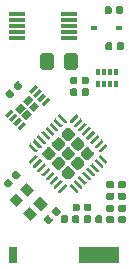
<source format=gbr>
G04 #@! TF.GenerationSoftware,KiCad,Pcbnew,(5.0.0)*
G04 #@! TF.CreationDate,2021-02-11T09:18:10+00:00*
G04 #@! TF.ProjectId,ESPV-BUG,455350562D4255472E6B696361645F70,rev?*
G04 #@! TF.SameCoordinates,Original*
G04 #@! TF.FileFunction,Paste,Top*
G04 #@! TF.FilePolarity,Positive*
%FSLAX46Y46*%
G04 Gerber Fmt 4.6, Leading zero omitted, Abs format (unit mm)*
G04 Created by KiCad (PCBNEW (5.0.0)) date 02/11/21 09:18:10*
%MOMM*%
%LPD*%
G01*
G04 APERTURE LIST*
%ADD10R,0.800000X1.350000*%
%ADD11R,3.500000X1.350000*%
%ADD12C,0.100000*%
%ADD13C,0.590000*%
%ADD14R,0.400000X0.500000*%
%ADD15R,0.300000X0.500000*%
%ADD16C,1.150000*%
%ADD17R,0.600000X0.450000*%
%ADD18R,1.400000X0.300000*%
%ADD19C,0.300000*%
%ADD20C,0.580000*%
%ADD21C,0.930000*%
%ADD22C,0.250000*%
%ADD23C,0.800000*%
G04 APERTURE END LIST*
D10*
G04 #@! TO.C,AE1*
X166650000Y-89850000D03*
D11*
X174000000Y-89850000D03*
G04 #@! TD*
D12*
G04 #@! TO.C,L1*
G36*
X173161958Y-85530710D02*
X173176276Y-85532834D01*
X173190317Y-85536351D01*
X173203946Y-85541228D01*
X173217031Y-85547417D01*
X173229447Y-85554858D01*
X173241073Y-85563481D01*
X173251798Y-85573202D01*
X173261519Y-85583927D01*
X173270142Y-85595553D01*
X173277583Y-85607969D01*
X173283772Y-85621054D01*
X173288649Y-85634683D01*
X173292166Y-85648724D01*
X173294290Y-85663042D01*
X173295000Y-85677500D01*
X173295000Y-86022500D01*
X173294290Y-86036958D01*
X173292166Y-86051276D01*
X173288649Y-86065317D01*
X173283772Y-86078946D01*
X173277583Y-86092031D01*
X173270142Y-86104447D01*
X173261519Y-86116073D01*
X173251798Y-86126798D01*
X173241073Y-86136519D01*
X173229447Y-86145142D01*
X173217031Y-86152583D01*
X173203946Y-86158772D01*
X173190317Y-86163649D01*
X173176276Y-86167166D01*
X173161958Y-86169290D01*
X173147500Y-86170000D01*
X172852500Y-86170000D01*
X172838042Y-86169290D01*
X172823724Y-86167166D01*
X172809683Y-86163649D01*
X172796054Y-86158772D01*
X172782969Y-86152583D01*
X172770553Y-86145142D01*
X172758927Y-86136519D01*
X172748202Y-86126798D01*
X172738481Y-86116073D01*
X172729858Y-86104447D01*
X172722417Y-86092031D01*
X172716228Y-86078946D01*
X172711351Y-86065317D01*
X172707834Y-86051276D01*
X172705710Y-86036958D01*
X172705000Y-86022500D01*
X172705000Y-85677500D01*
X172705710Y-85663042D01*
X172707834Y-85648724D01*
X172711351Y-85634683D01*
X172716228Y-85621054D01*
X172722417Y-85607969D01*
X172729858Y-85595553D01*
X172738481Y-85583927D01*
X172748202Y-85573202D01*
X172758927Y-85563481D01*
X172770553Y-85554858D01*
X172782969Y-85547417D01*
X172796054Y-85541228D01*
X172809683Y-85536351D01*
X172823724Y-85532834D01*
X172838042Y-85530710D01*
X172852500Y-85530000D01*
X173147500Y-85530000D01*
X173161958Y-85530710D01*
X173161958Y-85530710D01*
G37*
D13*
X173000000Y-85850000D03*
D12*
G36*
X172191958Y-85530710D02*
X172206276Y-85532834D01*
X172220317Y-85536351D01*
X172233946Y-85541228D01*
X172247031Y-85547417D01*
X172259447Y-85554858D01*
X172271073Y-85563481D01*
X172281798Y-85573202D01*
X172291519Y-85583927D01*
X172300142Y-85595553D01*
X172307583Y-85607969D01*
X172313772Y-85621054D01*
X172318649Y-85634683D01*
X172322166Y-85648724D01*
X172324290Y-85663042D01*
X172325000Y-85677500D01*
X172325000Y-86022500D01*
X172324290Y-86036958D01*
X172322166Y-86051276D01*
X172318649Y-86065317D01*
X172313772Y-86078946D01*
X172307583Y-86092031D01*
X172300142Y-86104447D01*
X172291519Y-86116073D01*
X172281798Y-86126798D01*
X172271073Y-86136519D01*
X172259447Y-86145142D01*
X172247031Y-86152583D01*
X172233946Y-86158772D01*
X172220317Y-86163649D01*
X172206276Y-86167166D01*
X172191958Y-86169290D01*
X172177500Y-86170000D01*
X171882500Y-86170000D01*
X171868042Y-86169290D01*
X171853724Y-86167166D01*
X171839683Y-86163649D01*
X171826054Y-86158772D01*
X171812969Y-86152583D01*
X171800553Y-86145142D01*
X171788927Y-86136519D01*
X171778202Y-86126798D01*
X171768481Y-86116073D01*
X171759858Y-86104447D01*
X171752417Y-86092031D01*
X171746228Y-86078946D01*
X171741351Y-86065317D01*
X171737834Y-86051276D01*
X171735710Y-86036958D01*
X171735000Y-86022500D01*
X171735000Y-85677500D01*
X171735710Y-85663042D01*
X171737834Y-85648724D01*
X171741351Y-85634683D01*
X171746228Y-85621054D01*
X171752417Y-85607969D01*
X171759858Y-85595553D01*
X171768481Y-85583927D01*
X171778202Y-85573202D01*
X171788927Y-85563481D01*
X171800553Y-85554858D01*
X171812969Y-85547417D01*
X171826054Y-85541228D01*
X171839683Y-85536351D01*
X171853724Y-85532834D01*
X171868042Y-85530710D01*
X171882500Y-85530000D01*
X172177500Y-85530000D01*
X172191958Y-85530710D01*
X172191958Y-85530710D01*
G37*
D13*
X172030000Y-85850000D03*
G04 #@! TD*
D12*
G04 #@! TO.C,C1*
G36*
X166410886Y-75862830D02*
X166425204Y-75864954D01*
X166439245Y-75868471D01*
X166452874Y-75873348D01*
X166465959Y-75879537D01*
X166478375Y-75886978D01*
X166490001Y-75895601D01*
X166500726Y-75905322D01*
X166744678Y-76149274D01*
X166754399Y-76159999D01*
X166763022Y-76171625D01*
X166770463Y-76184041D01*
X166776652Y-76197126D01*
X166781529Y-76210755D01*
X166785046Y-76224796D01*
X166787170Y-76239114D01*
X166787880Y-76253572D01*
X166787170Y-76268030D01*
X166785046Y-76282348D01*
X166781529Y-76296389D01*
X166776652Y-76310018D01*
X166770463Y-76323103D01*
X166763022Y-76335519D01*
X166754399Y-76347145D01*
X166744678Y-76357870D01*
X166536082Y-76566466D01*
X166525357Y-76576187D01*
X166513731Y-76584810D01*
X166501315Y-76592251D01*
X166488230Y-76598440D01*
X166474601Y-76603317D01*
X166460560Y-76606834D01*
X166446242Y-76608958D01*
X166431784Y-76609668D01*
X166417326Y-76608958D01*
X166403008Y-76606834D01*
X166388967Y-76603317D01*
X166375338Y-76598440D01*
X166362253Y-76592251D01*
X166349837Y-76584810D01*
X166338211Y-76576187D01*
X166327486Y-76566466D01*
X166083534Y-76322514D01*
X166073813Y-76311789D01*
X166065190Y-76300163D01*
X166057749Y-76287747D01*
X166051560Y-76274662D01*
X166046683Y-76261033D01*
X166043166Y-76246992D01*
X166041042Y-76232674D01*
X166040332Y-76218216D01*
X166041042Y-76203758D01*
X166043166Y-76189440D01*
X166046683Y-76175399D01*
X166051560Y-76161770D01*
X166057749Y-76148685D01*
X166065190Y-76136269D01*
X166073813Y-76124643D01*
X166083534Y-76113918D01*
X166292130Y-75905322D01*
X166302855Y-75895601D01*
X166314481Y-75886978D01*
X166326897Y-75879537D01*
X166339982Y-75873348D01*
X166353611Y-75868471D01*
X166367652Y-75864954D01*
X166381970Y-75862830D01*
X166396428Y-75862120D01*
X166410886Y-75862830D01*
X166410886Y-75862830D01*
G37*
D13*
X166414106Y-76235894D03*
D12*
G36*
X167096780Y-75176936D02*
X167111098Y-75179060D01*
X167125139Y-75182577D01*
X167138768Y-75187454D01*
X167151853Y-75193643D01*
X167164269Y-75201084D01*
X167175895Y-75209707D01*
X167186620Y-75219428D01*
X167430572Y-75463380D01*
X167440293Y-75474105D01*
X167448916Y-75485731D01*
X167456357Y-75498147D01*
X167462546Y-75511232D01*
X167467423Y-75524861D01*
X167470940Y-75538902D01*
X167473064Y-75553220D01*
X167473774Y-75567678D01*
X167473064Y-75582136D01*
X167470940Y-75596454D01*
X167467423Y-75610495D01*
X167462546Y-75624124D01*
X167456357Y-75637209D01*
X167448916Y-75649625D01*
X167440293Y-75661251D01*
X167430572Y-75671976D01*
X167221976Y-75880572D01*
X167211251Y-75890293D01*
X167199625Y-75898916D01*
X167187209Y-75906357D01*
X167174124Y-75912546D01*
X167160495Y-75917423D01*
X167146454Y-75920940D01*
X167132136Y-75923064D01*
X167117678Y-75923774D01*
X167103220Y-75923064D01*
X167088902Y-75920940D01*
X167074861Y-75917423D01*
X167061232Y-75912546D01*
X167048147Y-75906357D01*
X167035731Y-75898916D01*
X167024105Y-75890293D01*
X167013380Y-75880572D01*
X166769428Y-75636620D01*
X166759707Y-75625895D01*
X166751084Y-75614269D01*
X166743643Y-75601853D01*
X166737454Y-75588768D01*
X166732577Y-75575139D01*
X166729060Y-75561098D01*
X166726936Y-75546780D01*
X166726226Y-75532322D01*
X166726936Y-75517864D01*
X166729060Y-75503546D01*
X166732577Y-75489505D01*
X166737454Y-75475876D01*
X166743643Y-75462791D01*
X166751084Y-75450375D01*
X166759707Y-75438749D01*
X166769428Y-75428024D01*
X166978024Y-75219428D01*
X166988749Y-75209707D01*
X167000375Y-75201084D01*
X167012791Y-75193643D01*
X167025876Y-75187454D01*
X167039505Y-75182577D01*
X167053546Y-75179060D01*
X167067864Y-75176936D01*
X167082322Y-75176226D01*
X167096780Y-75176936D01*
X167096780Y-75176936D01*
G37*
D13*
X167100000Y-75550000D03*
G04 #@! TD*
D12*
G04 #@! TO.C,C8*
G36*
X175086958Y-83635710D02*
X175101276Y-83637834D01*
X175115317Y-83641351D01*
X175128946Y-83646228D01*
X175142031Y-83652417D01*
X175154447Y-83659858D01*
X175166073Y-83668481D01*
X175176798Y-83678202D01*
X175186519Y-83688927D01*
X175195142Y-83700553D01*
X175202583Y-83712969D01*
X175208772Y-83726054D01*
X175213649Y-83739683D01*
X175217166Y-83753724D01*
X175219290Y-83768042D01*
X175220000Y-83782500D01*
X175220000Y-84077500D01*
X175219290Y-84091958D01*
X175217166Y-84106276D01*
X175213649Y-84120317D01*
X175208772Y-84133946D01*
X175202583Y-84147031D01*
X175195142Y-84159447D01*
X175186519Y-84171073D01*
X175176798Y-84181798D01*
X175166073Y-84191519D01*
X175154447Y-84200142D01*
X175142031Y-84207583D01*
X175128946Y-84213772D01*
X175115317Y-84218649D01*
X175101276Y-84222166D01*
X175086958Y-84224290D01*
X175072500Y-84225000D01*
X174727500Y-84225000D01*
X174713042Y-84224290D01*
X174698724Y-84222166D01*
X174684683Y-84218649D01*
X174671054Y-84213772D01*
X174657969Y-84207583D01*
X174645553Y-84200142D01*
X174633927Y-84191519D01*
X174623202Y-84181798D01*
X174613481Y-84171073D01*
X174604858Y-84159447D01*
X174597417Y-84147031D01*
X174591228Y-84133946D01*
X174586351Y-84120317D01*
X174582834Y-84106276D01*
X174580710Y-84091958D01*
X174580000Y-84077500D01*
X174580000Y-83782500D01*
X174580710Y-83768042D01*
X174582834Y-83753724D01*
X174586351Y-83739683D01*
X174591228Y-83726054D01*
X174597417Y-83712969D01*
X174604858Y-83700553D01*
X174613481Y-83688927D01*
X174623202Y-83678202D01*
X174633927Y-83668481D01*
X174645553Y-83659858D01*
X174657969Y-83652417D01*
X174671054Y-83646228D01*
X174684683Y-83641351D01*
X174698724Y-83637834D01*
X174713042Y-83635710D01*
X174727500Y-83635000D01*
X175072500Y-83635000D01*
X175086958Y-83635710D01*
X175086958Y-83635710D01*
G37*
D13*
X174900000Y-83930000D03*
D12*
G36*
X175086958Y-84605710D02*
X175101276Y-84607834D01*
X175115317Y-84611351D01*
X175128946Y-84616228D01*
X175142031Y-84622417D01*
X175154447Y-84629858D01*
X175166073Y-84638481D01*
X175176798Y-84648202D01*
X175186519Y-84658927D01*
X175195142Y-84670553D01*
X175202583Y-84682969D01*
X175208772Y-84696054D01*
X175213649Y-84709683D01*
X175217166Y-84723724D01*
X175219290Y-84738042D01*
X175220000Y-84752500D01*
X175220000Y-85047500D01*
X175219290Y-85061958D01*
X175217166Y-85076276D01*
X175213649Y-85090317D01*
X175208772Y-85103946D01*
X175202583Y-85117031D01*
X175195142Y-85129447D01*
X175186519Y-85141073D01*
X175176798Y-85151798D01*
X175166073Y-85161519D01*
X175154447Y-85170142D01*
X175142031Y-85177583D01*
X175128946Y-85183772D01*
X175115317Y-85188649D01*
X175101276Y-85192166D01*
X175086958Y-85194290D01*
X175072500Y-85195000D01*
X174727500Y-85195000D01*
X174713042Y-85194290D01*
X174698724Y-85192166D01*
X174684683Y-85188649D01*
X174671054Y-85183772D01*
X174657969Y-85177583D01*
X174645553Y-85170142D01*
X174633927Y-85161519D01*
X174623202Y-85151798D01*
X174613481Y-85141073D01*
X174604858Y-85129447D01*
X174597417Y-85117031D01*
X174591228Y-85103946D01*
X174586351Y-85090317D01*
X174582834Y-85076276D01*
X174580710Y-85061958D01*
X174580000Y-85047500D01*
X174580000Y-84752500D01*
X174580710Y-84738042D01*
X174582834Y-84723724D01*
X174586351Y-84709683D01*
X174591228Y-84696054D01*
X174597417Y-84682969D01*
X174604858Y-84670553D01*
X174613481Y-84658927D01*
X174623202Y-84648202D01*
X174633927Y-84638481D01*
X174645553Y-84629858D01*
X174657969Y-84622417D01*
X174671054Y-84616228D01*
X174684683Y-84611351D01*
X174698724Y-84607834D01*
X174713042Y-84605710D01*
X174727500Y-84605000D01*
X175072500Y-84605000D01*
X175086958Y-84605710D01*
X175086958Y-84605710D01*
G37*
D13*
X174900000Y-84900000D03*
G04 #@! TD*
D12*
G04 #@! TO.C,C14*
G36*
X176086958Y-83635710D02*
X176101276Y-83637834D01*
X176115317Y-83641351D01*
X176128946Y-83646228D01*
X176142031Y-83652417D01*
X176154447Y-83659858D01*
X176166073Y-83668481D01*
X176176798Y-83678202D01*
X176186519Y-83688927D01*
X176195142Y-83700553D01*
X176202583Y-83712969D01*
X176208772Y-83726054D01*
X176213649Y-83739683D01*
X176217166Y-83753724D01*
X176219290Y-83768042D01*
X176220000Y-83782500D01*
X176220000Y-84077500D01*
X176219290Y-84091958D01*
X176217166Y-84106276D01*
X176213649Y-84120317D01*
X176208772Y-84133946D01*
X176202583Y-84147031D01*
X176195142Y-84159447D01*
X176186519Y-84171073D01*
X176176798Y-84181798D01*
X176166073Y-84191519D01*
X176154447Y-84200142D01*
X176142031Y-84207583D01*
X176128946Y-84213772D01*
X176115317Y-84218649D01*
X176101276Y-84222166D01*
X176086958Y-84224290D01*
X176072500Y-84225000D01*
X175727500Y-84225000D01*
X175713042Y-84224290D01*
X175698724Y-84222166D01*
X175684683Y-84218649D01*
X175671054Y-84213772D01*
X175657969Y-84207583D01*
X175645553Y-84200142D01*
X175633927Y-84191519D01*
X175623202Y-84181798D01*
X175613481Y-84171073D01*
X175604858Y-84159447D01*
X175597417Y-84147031D01*
X175591228Y-84133946D01*
X175586351Y-84120317D01*
X175582834Y-84106276D01*
X175580710Y-84091958D01*
X175580000Y-84077500D01*
X175580000Y-83782500D01*
X175580710Y-83768042D01*
X175582834Y-83753724D01*
X175586351Y-83739683D01*
X175591228Y-83726054D01*
X175597417Y-83712969D01*
X175604858Y-83700553D01*
X175613481Y-83688927D01*
X175623202Y-83678202D01*
X175633927Y-83668481D01*
X175645553Y-83659858D01*
X175657969Y-83652417D01*
X175671054Y-83646228D01*
X175684683Y-83641351D01*
X175698724Y-83637834D01*
X175713042Y-83635710D01*
X175727500Y-83635000D01*
X176072500Y-83635000D01*
X176086958Y-83635710D01*
X176086958Y-83635710D01*
G37*
D13*
X175900000Y-83930000D03*
D12*
G36*
X176086958Y-84605710D02*
X176101276Y-84607834D01*
X176115317Y-84611351D01*
X176128946Y-84616228D01*
X176142031Y-84622417D01*
X176154447Y-84629858D01*
X176166073Y-84638481D01*
X176176798Y-84648202D01*
X176186519Y-84658927D01*
X176195142Y-84670553D01*
X176202583Y-84682969D01*
X176208772Y-84696054D01*
X176213649Y-84709683D01*
X176217166Y-84723724D01*
X176219290Y-84738042D01*
X176220000Y-84752500D01*
X176220000Y-85047500D01*
X176219290Y-85061958D01*
X176217166Y-85076276D01*
X176213649Y-85090317D01*
X176208772Y-85103946D01*
X176202583Y-85117031D01*
X176195142Y-85129447D01*
X176186519Y-85141073D01*
X176176798Y-85151798D01*
X176166073Y-85161519D01*
X176154447Y-85170142D01*
X176142031Y-85177583D01*
X176128946Y-85183772D01*
X176115317Y-85188649D01*
X176101276Y-85192166D01*
X176086958Y-85194290D01*
X176072500Y-85195000D01*
X175727500Y-85195000D01*
X175713042Y-85194290D01*
X175698724Y-85192166D01*
X175684683Y-85188649D01*
X175671054Y-85183772D01*
X175657969Y-85177583D01*
X175645553Y-85170142D01*
X175633927Y-85161519D01*
X175623202Y-85151798D01*
X175613481Y-85141073D01*
X175604858Y-85129447D01*
X175597417Y-85117031D01*
X175591228Y-85103946D01*
X175586351Y-85090317D01*
X175582834Y-85076276D01*
X175580710Y-85061958D01*
X175580000Y-85047500D01*
X175580000Y-84752500D01*
X175580710Y-84738042D01*
X175582834Y-84723724D01*
X175586351Y-84709683D01*
X175591228Y-84696054D01*
X175597417Y-84682969D01*
X175604858Y-84670553D01*
X175613481Y-84658927D01*
X175623202Y-84648202D01*
X175633927Y-84638481D01*
X175645553Y-84629858D01*
X175657969Y-84622417D01*
X175671054Y-84616228D01*
X175684683Y-84611351D01*
X175698724Y-84607834D01*
X175713042Y-84605710D01*
X175727500Y-84605000D01*
X176072500Y-84605000D01*
X176086958Y-84605710D01*
X176086958Y-84605710D01*
G37*
D13*
X175900000Y-84900000D03*
G04 #@! TD*
D12*
G04 #@! TO.C,C2*
G36*
X166946780Y-82726936D02*
X166961098Y-82729060D01*
X166975139Y-82732577D01*
X166988768Y-82737454D01*
X167001853Y-82743643D01*
X167014269Y-82751084D01*
X167025895Y-82759707D01*
X167036620Y-82769428D01*
X167280572Y-83013380D01*
X167290293Y-83024105D01*
X167298916Y-83035731D01*
X167306357Y-83048147D01*
X167312546Y-83061232D01*
X167317423Y-83074861D01*
X167320940Y-83088902D01*
X167323064Y-83103220D01*
X167323774Y-83117678D01*
X167323064Y-83132136D01*
X167320940Y-83146454D01*
X167317423Y-83160495D01*
X167312546Y-83174124D01*
X167306357Y-83187209D01*
X167298916Y-83199625D01*
X167290293Y-83211251D01*
X167280572Y-83221976D01*
X167071976Y-83430572D01*
X167061251Y-83440293D01*
X167049625Y-83448916D01*
X167037209Y-83456357D01*
X167024124Y-83462546D01*
X167010495Y-83467423D01*
X166996454Y-83470940D01*
X166982136Y-83473064D01*
X166967678Y-83473774D01*
X166953220Y-83473064D01*
X166938902Y-83470940D01*
X166924861Y-83467423D01*
X166911232Y-83462546D01*
X166898147Y-83456357D01*
X166885731Y-83448916D01*
X166874105Y-83440293D01*
X166863380Y-83430572D01*
X166619428Y-83186620D01*
X166609707Y-83175895D01*
X166601084Y-83164269D01*
X166593643Y-83151853D01*
X166587454Y-83138768D01*
X166582577Y-83125139D01*
X166579060Y-83111098D01*
X166576936Y-83096780D01*
X166576226Y-83082322D01*
X166576936Y-83067864D01*
X166579060Y-83053546D01*
X166582577Y-83039505D01*
X166587454Y-83025876D01*
X166593643Y-83012791D01*
X166601084Y-83000375D01*
X166609707Y-82988749D01*
X166619428Y-82978024D01*
X166828024Y-82769428D01*
X166838749Y-82759707D01*
X166850375Y-82751084D01*
X166862791Y-82743643D01*
X166875876Y-82737454D01*
X166889505Y-82732577D01*
X166903546Y-82729060D01*
X166917864Y-82726936D01*
X166932322Y-82726226D01*
X166946780Y-82726936D01*
X166946780Y-82726936D01*
G37*
D13*
X166950000Y-83100000D03*
D12*
G36*
X166260886Y-83412830D02*
X166275204Y-83414954D01*
X166289245Y-83418471D01*
X166302874Y-83423348D01*
X166315959Y-83429537D01*
X166328375Y-83436978D01*
X166340001Y-83445601D01*
X166350726Y-83455322D01*
X166594678Y-83699274D01*
X166604399Y-83709999D01*
X166613022Y-83721625D01*
X166620463Y-83734041D01*
X166626652Y-83747126D01*
X166631529Y-83760755D01*
X166635046Y-83774796D01*
X166637170Y-83789114D01*
X166637880Y-83803572D01*
X166637170Y-83818030D01*
X166635046Y-83832348D01*
X166631529Y-83846389D01*
X166626652Y-83860018D01*
X166620463Y-83873103D01*
X166613022Y-83885519D01*
X166604399Y-83897145D01*
X166594678Y-83907870D01*
X166386082Y-84116466D01*
X166375357Y-84126187D01*
X166363731Y-84134810D01*
X166351315Y-84142251D01*
X166338230Y-84148440D01*
X166324601Y-84153317D01*
X166310560Y-84156834D01*
X166296242Y-84158958D01*
X166281784Y-84159668D01*
X166267326Y-84158958D01*
X166253008Y-84156834D01*
X166238967Y-84153317D01*
X166225338Y-84148440D01*
X166212253Y-84142251D01*
X166199837Y-84134810D01*
X166188211Y-84126187D01*
X166177486Y-84116466D01*
X165933534Y-83872514D01*
X165923813Y-83861789D01*
X165915190Y-83850163D01*
X165907749Y-83837747D01*
X165901560Y-83824662D01*
X165896683Y-83811033D01*
X165893166Y-83796992D01*
X165891042Y-83782674D01*
X165890332Y-83768216D01*
X165891042Y-83753758D01*
X165893166Y-83739440D01*
X165896683Y-83725399D01*
X165901560Y-83711770D01*
X165907749Y-83698685D01*
X165915190Y-83686269D01*
X165923813Y-83674643D01*
X165933534Y-83663918D01*
X166142130Y-83455322D01*
X166152855Y-83445601D01*
X166164481Y-83436978D01*
X166176897Y-83429537D01*
X166189982Y-83423348D01*
X166203611Y-83418471D01*
X166217652Y-83414954D01*
X166231970Y-83412830D01*
X166246428Y-83412120D01*
X166260886Y-83412830D01*
X166260886Y-83412830D01*
G37*
D13*
X166264106Y-83785894D03*
G04 #@! TD*
D12*
G04 #@! TO.C,C5*
G36*
X169660886Y-86512830D02*
X169675204Y-86514954D01*
X169689245Y-86518471D01*
X169702874Y-86523348D01*
X169715959Y-86529537D01*
X169728375Y-86536978D01*
X169740001Y-86545601D01*
X169750726Y-86555322D01*
X169994678Y-86799274D01*
X170004399Y-86809999D01*
X170013022Y-86821625D01*
X170020463Y-86834041D01*
X170026652Y-86847126D01*
X170031529Y-86860755D01*
X170035046Y-86874796D01*
X170037170Y-86889114D01*
X170037880Y-86903572D01*
X170037170Y-86918030D01*
X170035046Y-86932348D01*
X170031529Y-86946389D01*
X170026652Y-86960018D01*
X170020463Y-86973103D01*
X170013022Y-86985519D01*
X170004399Y-86997145D01*
X169994678Y-87007870D01*
X169786082Y-87216466D01*
X169775357Y-87226187D01*
X169763731Y-87234810D01*
X169751315Y-87242251D01*
X169738230Y-87248440D01*
X169724601Y-87253317D01*
X169710560Y-87256834D01*
X169696242Y-87258958D01*
X169681784Y-87259668D01*
X169667326Y-87258958D01*
X169653008Y-87256834D01*
X169638967Y-87253317D01*
X169625338Y-87248440D01*
X169612253Y-87242251D01*
X169599837Y-87234810D01*
X169588211Y-87226187D01*
X169577486Y-87216466D01*
X169333534Y-86972514D01*
X169323813Y-86961789D01*
X169315190Y-86950163D01*
X169307749Y-86937747D01*
X169301560Y-86924662D01*
X169296683Y-86911033D01*
X169293166Y-86896992D01*
X169291042Y-86882674D01*
X169290332Y-86868216D01*
X169291042Y-86853758D01*
X169293166Y-86839440D01*
X169296683Y-86825399D01*
X169301560Y-86811770D01*
X169307749Y-86798685D01*
X169315190Y-86786269D01*
X169323813Y-86774643D01*
X169333534Y-86763918D01*
X169542130Y-86555322D01*
X169552855Y-86545601D01*
X169564481Y-86536978D01*
X169576897Y-86529537D01*
X169589982Y-86523348D01*
X169603611Y-86518471D01*
X169617652Y-86514954D01*
X169631970Y-86512830D01*
X169646428Y-86512120D01*
X169660886Y-86512830D01*
X169660886Y-86512830D01*
G37*
D13*
X169664106Y-86885894D03*
D12*
G36*
X170346780Y-85826936D02*
X170361098Y-85829060D01*
X170375139Y-85832577D01*
X170388768Y-85837454D01*
X170401853Y-85843643D01*
X170414269Y-85851084D01*
X170425895Y-85859707D01*
X170436620Y-85869428D01*
X170680572Y-86113380D01*
X170690293Y-86124105D01*
X170698916Y-86135731D01*
X170706357Y-86148147D01*
X170712546Y-86161232D01*
X170717423Y-86174861D01*
X170720940Y-86188902D01*
X170723064Y-86203220D01*
X170723774Y-86217678D01*
X170723064Y-86232136D01*
X170720940Y-86246454D01*
X170717423Y-86260495D01*
X170712546Y-86274124D01*
X170706357Y-86287209D01*
X170698916Y-86299625D01*
X170690293Y-86311251D01*
X170680572Y-86321976D01*
X170471976Y-86530572D01*
X170461251Y-86540293D01*
X170449625Y-86548916D01*
X170437209Y-86556357D01*
X170424124Y-86562546D01*
X170410495Y-86567423D01*
X170396454Y-86570940D01*
X170382136Y-86573064D01*
X170367678Y-86573774D01*
X170353220Y-86573064D01*
X170338902Y-86570940D01*
X170324861Y-86567423D01*
X170311232Y-86562546D01*
X170298147Y-86556357D01*
X170285731Y-86548916D01*
X170274105Y-86540293D01*
X170263380Y-86530572D01*
X170019428Y-86286620D01*
X170009707Y-86275895D01*
X170001084Y-86264269D01*
X169993643Y-86251853D01*
X169987454Y-86238768D01*
X169982577Y-86225139D01*
X169979060Y-86211098D01*
X169976936Y-86196780D01*
X169976226Y-86182322D01*
X169976936Y-86167864D01*
X169979060Y-86153546D01*
X169982577Y-86139505D01*
X169987454Y-86125876D01*
X169993643Y-86112791D01*
X170001084Y-86100375D01*
X170009707Y-86088749D01*
X170019428Y-86078024D01*
X170228024Y-85869428D01*
X170238749Y-85859707D01*
X170250375Y-85851084D01*
X170262791Y-85843643D01*
X170275876Y-85837454D01*
X170289505Y-85832577D01*
X170303546Y-85829060D01*
X170317864Y-85826936D01*
X170332322Y-85826226D01*
X170346780Y-85826936D01*
X170346780Y-85826936D01*
G37*
D13*
X170350000Y-86200000D03*
G04 #@! TD*
D12*
G04 #@! TO.C,C13*
G36*
X172961958Y-74780710D02*
X172976276Y-74782834D01*
X172990317Y-74786351D01*
X173003946Y-74791228D01*
X173017031Y-74797417D01*
X173029447Y-74804858D01*
X173041073Y-74813481D01*
X173051798Y-74823202D01*
X173061519Y-74833927D01*
X173070142Y-74845553D01*
X173077583Y-74857969D01*
X173083772Y-74871054D01*
X173088649Y-74884683D01*
X173092166Y-74898724D01*
X173094290Y-74913042D01*
X173095000Y-74927500D01*
X173095000Y-75272500D01*
X173094290Y-75286958D01*
X173092166Y-75301276D01*
X173088649Y-75315317D01*
X173083772Y-75328946D01*
X173077583Y-75342031D01*
X173070142Y-75354447D01*
X173061519Y-75366073D01*
X173051798Y-75376798D01*
X173041073Y-75386519D01*
X173029447Y-75395142D01*
X173017031Y-75402583D01*
X173003946Y-75408772D01*
X172990317Y-75413649D01*
X172976276Y-75417166D01*
X172961958Y-75419290D01*
X172947500Y-75420000D01*
X172652500Y-75420000D01*
X172638042Y-75419290D01*
X172623724Y-75417166D01*
X172609683Y-75413649D01*
X172596054Y-75408772D01*
X172582969Y-75402583D01*
X172570553Y-75395142D01*
X172558927Y-75386519D01*
X172548202Y-75376798D01*
X172538481Y-75366073D01*
X172529858Y-75354447D01*
X172522417Y-75342031D01*
X172516228Y-75328946D01*
X172511351Y-75315317D01*
X172507834Y-75301276D01*
X172505710Y-75286958D01*
X172505000Y-75272500D01*
X172505000Y-74927500D01*
X172505710Y-74913042D01*
X172507834Y-74898724D01*
X172511351Y-74884683D01*
X172516228Y-74871054D01*
X172522417Y-74857969D01*
X172529858Y-74845553D01*
X172538481Y-74833927D01*
X172548202Y-74823202D01*
X172558927Y-74813481D01*
X172570553Y-74804858D01*
X172582969Y-74797417D01*
X172596054Y-74791228D01*
X172609683Y-74786351D01*
X172623724Y-74782834D01*
X172638042Y-74780710D01*
X172652500Y-74780000D01*
X172947500Y-74780000D01*
X172961958Y-74780710D01*
X172961958Y-74780710D01*
G37*
D13*
X172800000Y-75100000D03*
D12*
G36*
X171991958Y-74780710D02*
X172006276Y-74782834D01*
X172020317Y-74786351D01*
X172033946Y-74791228D01*
X172047031Y-74797417D01*
X172059447Y-74804858D01*
X172071073Y-74813481D01*
X172081798Y-74823202D01*
X172091519Y-74833927D01*
X172100142Y-74845553D01*
X172107583Y-74857969D01*
X172113772Y-74871054D01*
X172118649Y-74884683D01*
X172122166Y-74898724D01*
X172124290Y-74913042D01*
X172125000Y-74927500D01*
X172125000Y-75272500D01*
X172124290Y-75286958D01*
X172122166Y-75301276D01*
X172118649Y-75315317D01*
X172113772Y-75328946D01*
X172107583Y-75342031D01*
X172100142Y-75354447D01*
X172091519Y-75366073D01*
X172081798Y-75376798D01*
X172071073Y-75386519D01*
X172059447Y-75395142D01*
X172047031Y-75402583D01*
X172033946Y-75408772D01*
X172020317Y-75413649D01*
X172006276Y-75417166D01*
X171991958Y-75419290D01*
X171977500Y-75420000D01*
X171682500Y-75420000D01*
X171668042Y-75419290D01*
X171653724Y-75417166D01*
X171639683Y-75413649D01*
X171626054Y-75408772D01*
X171612969Y-75402583D01*
X171600553Y-75395142D01*
X171588927Y-75386519D01*
X171578202Y-75376798D01*
X171568481Y-75366073D01*
X171559858Y-75354447D01*
X171552417Y-75342031D01*
X171546228Y-75328946D01*
X171541351Y-75315317D01*
X171537834Y-75301276D01*
X171535710Y-75286958D01*
X171535000Y-75272500D01*
X171535000Y-74927500D01*
X171535710Y-74913042D01*
X171537834Y-74898724D01*
X171541351Y-74884683D01*
X171546228Y-74871054D01*
X171552417Y-74857969D01*
X171559858Y-74845553D01*
X171568481Y-74833927D01*
X171578202Y-74823202D01*
X171588927Y-74813481D01*
X171600553Y-74804858D01*
X171612969Y-74797417D01*
X171626054Y-74791228D01*
X171639683Y-74786351D01*
X171653724Y-74782834D01*
X171668042Y-74780710D01*
X171682500Y-74780000D01*
X171977500Y-74780000D01*
X171991958Y-74780710D01*
X171991958Y-74780710D01*
G37*
D13*
X171830000Y-75100000D03*
G04 #@! TD*
D12*
G04 #@! TO.C,C10*
G36*
X176101958Y-86590710D02*
X176116276Y-86592834D01*
X176130317Y-86596351D01*
X176143946Y-86601228D01*
X176157031Y-86607417D01*
X176169447Y-86614858D01*
X176181073Y-86623481D01*
X176191798Y-86633202D01*
X176201519Y-86643927D01*
X176210142Y-86655553D01*
X176217583Y-86667969D01*
X176223772Y-86681054D01*
X176228649Y-86694683D01*
X176232166Y-86708724D01*
X176234290Y-86723042D01*
X176235000Y-86737500D01*
X176235000Y-87032500D01*
X176234290Y-87046958D01*
X176232166Y-87061276D01*
X176228649Y-87075317D01*
X176223772Y-87088946D01*
X176217583Y-87102031D01*
X176210142Y-87114447D01*
X176201519Y-87126073D01*
X176191798Y-87136798D01*
X176181073Y-87146519D01*
X176169447Y-87155142D01*
X176157031Y-87162583D01*
X176143946Y-87168772D01*
X176130317Y-87173649D01*
X176116276Y-87177166D01*
X176101958Y-87179290D01*
X176087500Y-87180000D01*
X175742500Y-87180000D01*
X175728042Y-87179290D01*
X175713724Y-87177166D01*
X175699683Y-87173649D01*
X175686054Y-87168772D01*
X175672969Y-87162583D01*
X175660553Y-87155142D01*
X175648927Y-87146519D01*
X175638202Y-87136798D01*
X175628481Y-87126073D01*
X175619858Y-87114447D01*
X175612417Y-87102031D01*
X175606228Y-87088946D01*
X175601351Y-87075317D01*
X175597834Y-87061276D01*
X175595710Y-87046958D01*
X175595000Y-87032500D01*
X175595000Y-86737500D01*
X175595710Y-86723042D01*
X175597834Y-86708724D01*
X175601351Y-86694683D01*
X175606228Y-86681054D01*
X175612417Y-86667969D01*
X175619858Y-86655553D01*
X175628481Y-86643927D01*
X175638202Y-86633202D01*
X175648927Y-86623481D01*
X175660553Y-86614858D01*
X175672969Y-86607417D01*
X175686054Y-86601228D01*
X175699683Y-86596351D01*
X175713724Y-86592834D01*
X175728042Y-86590710D01*
X175742500Y-86590000D01*
X176087500Y-86590000D01*
X176101958Y-86590710D01*
X176101958Y-86590710D01*
G37*
D13*
X175915000Y-86885000D03*
D12*
G36*
X176101958Y-85620710D02*
X176116276Y-85622834D01*
X176130317Y-85626351D01*
X176143946Y-85631228D01*
X176157031Y-85637417D01*
X176169447Y-85644858D01*
X176181073Y-85653481D01*
X176191798Y-85663202D01*
X176201519Y-85673927D01*
X176210142Y-85685553D01*
X176217583Y-85697969D01*
X176223772Y-85711054D01*
X176228649Y-85724683D01*
X176232166Y-85738724D01*
X176234290Y-85753042D01*
X176235000Y-85767500D01*
X176235000Y-86062500D01*
X176234290Y-86076958D01*
X176232166Y-86091276D01*
X176228649Y-86105317D01*
X176223772Y-86118946D01*
X176217583Y-86132031D01*
X176210142Y-86144447D01*
X176201519Y-86156073D01*
X176191798Y-86166798D01*
X176181073Y-86176519D01*
X176169447Y-86185142D01*
X176157031Y-86192583D01*
X176143946Y-86198772D01*
X176130317Y-86203649D01*
X176116276Y-86207166D01*
X176101958Y-86209290D01*
X176087500Y-86210000D01*
X175742500Y-86210000D01*
X175728042Y-86209290D01*
X175713724Y-86207166D01*
X175699683Y-86203649D01*
X175686054Y-86198772D01*
X175672969Y-86192583D01*
X175660553Y-86185142D01*
X175648927Y-86176519D01*
X175638202Y-86166798D01*
X175628481Y-86156073D01*
X175619858Y-86144447D01*
X175612417Y-86132031D01*
X175606228Y-86118946D01*
X175601351Y-86105317D01*
X175597834Y-86091276D01*
X175595710Y-86076958D01*
X175595000Y-86062500D01*
X175595000Y-85767500D01*
X175595710Y-85753042D01*
X175597834Y-85738724D01*
X175601351Y-85724683D01*
X175606228Y-85711054D01*
X175612417Y-85697969D01*
X175619858Y-85685553D01*
X175628481Y-85673927D01*
X175638202Y-85663202D01*
X175648927Y-85653481D01*
X175660553Y-85644858D01*
X175672969Y-85637417D01*
X175686054Y-85631228D01*
X175699683Y-85626351D01*
X175713724Y-85622834D01*
X175728042Y-85620710D01*
X175742500Y-85620000D01*
X176087500Y-85620000D01*
X176101958Y-85620710D01*
X176101958Y-85620710D01*
G37*
D13*
X175915000Y-85915000D03*
G04 #@! TD*
D12*
G04 #@! TO.C,C11*
G36*
X172961958Y-75780710D02*
X172976276Y-75782834D01*
X172990317Y-75786351D01*
X173003946Y-75791228D01*
X173017031Y-75797417D01*
X173029447Y-75804858D01*
X173041073Y-75813481D01*
X173051798Y-75823202D01*
X173061519Y-75833927D01*
X173070142Y-75845553D01*
X173077583Y-75857969D01*
X173083772Y-75871054D01*
X173088649Y-75884683D01*
X173092166Y-75898724D01*
X173094290Y-75913042D01*
X173095000Y-75927500D01*
X173095000Y-76272500D01*
X173094290Y-76286958D01*
X173092166Y-76301276D01*
X173088649Y-76315317D01*
X173083772Y-76328946D01*
X173077583Y-76342031D01*
X173070142Y-76354447D01*
X173061519Y-76366073D01*
X173051798Y-76376798D01*
X173041073Y-76386519D01*
X173029447Y-76395142D01*
X173017031Y-76402583D01*
X173003946Y-76408772D01*
X172990317Y-76413649D01*
X172976276Y-76417166D01*
X172961958Y-76419290D01*
X172947500Y-76420000D01*
X172652500Y-76420000D01*
X172638042Y-76419290D01*
X172623724Y-76417166D01*
X172609683Y-76413649D01*
X172596054Y-76408772D01*
X172582969Y-76402583D01*
X172570553Y-76395142D01*
X172558927Y-76386519D01*
X172548202Y-76376798D01*
X172538481Y-76366073D01*
X172529858Y-76354447D01*
X172522417Y-76342031D01*
X172516228Y-76328946D01*
X172511351Y-76315317D01*
X172507834Y-76301276D01*
X172505710Y-76286958D01*
X172505000Y-76272500D01*
X172505000Y-75927500D01*
X172505710Y-75913042D01*
X172507834Y-75898724D01*
X172511351Y-75884683D01*
X172516228Y-75871054D01*
X172522417Y-75857969D01*
X172529858Y-75845553D01*
X172538481Y-75833927D01*
X172548202Y-75823202D01*
X172558927Y-75813481D01*
X172570553Y-75804858D01*
X172582969Y-75797417D01*
X172596054Y-75791228D01*
X172609683Y-75786351D01*
X172623724Y-75782834D01*
X172638042Y-75780710D01*
X172652500Y-75780000D01*
X172947500Y-75780000D01*
X172961958Y-75780710D01*
X172961958Y-75780710D01*
G37*
D13*
X172800000Y-76100000D03*
D12*
G36*
X171991958Y-75780710D02*
X172006276Y-75782834D01*
X172020317Y-75786351D01*
X172033946Y-75791228D01*
X172047031Y-75797417D01*
X172059447Y-75804858D01*
X172071073Y-75813481D01*
X172081798Y-75823202D01*
X172091519Y-75833927D01*
X172100142Y-75845553D01*
X172107583Y-75857969D01*
X172113772Y-75871054D01*
X172118649Y-75884683D01*
X172122166Y-75898724D01*
X172124290Y-75913042D01*
X172125000Y-75927500D01*
X172125000Y-76272500D01*
X172124290Y-76286958D01*
X172122166Y-76301276D01*
X172118649Y-76315317D01*
X172113772Y-76328946D01*
X172107583Y-76342031D01*
X172100142Y-76354447D01*
X172091519Y-76366073D01*
X172081798Y-76376798D01*
X172071073Y-76386519D01*
X172059447Y-76395142D01*
X172047031Y-76402583D01*
X172033946Y-76408772D01*
X172020317Y-76413649D01*
X172006276Y-76417166D01*
X171991958Y-76419290D01*
X171977500Y-76420000D01*
X171682500Y-76420000D01*
X171668042Y-76419290D01*
X171653724Y-76417166D01*
X171639683Y-76413649D01*
X171626054Y-76408772D01*
X171612969Y-76402583D01*
X171600553Y-76395142D01*
X171588927Y-76386519D01*
X171578202Y-76376798D01*
X171568481Y-76366073D01*
X171559858Y-76354447D01*
X171552417Y-76342031D01*
X171546228Y-76328946D01*
X171541351Y-76315317D01*
X171537834Y-76301276D01*
X171535710Y-76286958D01*
X171535000Y-76272500D01*
X171535000Y-75927500D01*
X171535710Y-75913042D01*
X171537834Y-75898724D01*
X171541351Y-75884683D01*
X171546228Y-75871054D01*
X171552417Y-75857969D01*
X171559858Y-75845553D01*
X171568481Y-75833927D01*
X171578202Y-75823202D01*
X171588927Y-75813481D01*
X171600553Y-75804858D01*
X171612969Y-75797417D01*
X171626054Y-75791228D01*
X171639683Y-75786351D01*
X171653724Y-75782834D01*
X171668042Y-75780710D01*
X171682500Y-75780000D01*
X171977500Y-75780000D01*
X171991958Y-75780710D01*
X171991958Y-75780710D01*
G37*
D13*
X171830000Y-76100000D03*
G04 #@! TD*
D12*
G04 #@! TO.C,C17*
G36*
X171191958Y-86530710D02*
X171206276Y-86532834D01*
X171220317Y-86536351D01*
X171233946Y-86541228D01*
X171247031Y-86547417D01*
X171259447Y-86554858D01*
X171271073Y-86563481D01*
X171281798Y-86573202D01*
X171291519Y-86583927D01*
X171300142Y-86595553D01*
X171307583Y-86607969D01*
X171313772Y-86621054D01*
X171318649Y-86634683D01*
X171322166Y-86648724D01*
X171324290Y-86663042D01*
X171325000Y-86677500D01*
X171325000Y-87022500D01*
X171324290Y-87036958D01*
X171322166Y-87051276D01*
X171318649Y-87065317D01*
X171313772Y-87078946D01*
X171307583Y-87092031D01*
X171300142Y-87104447D01*
X171291519Y-87116073D01*
X171281798Y-87126798D01*
X171271073Y-87136519D01*
X171259447Y-87145142D01*
X171247031Y-87152583D01*
X171233946Y-87158772D01*
X171220317Y-87163649D01*
X171206276Y-87167166D01*
X171191958Y-87169290D01*
X171177500Y-87170000D01*
X170882500Y-87170000D01*
X170868042Y-87169290D01*
X170853724Y-87167166D01*
X170839683Y-87163649D01*
X170826054Y-87158772D01*
X170812969Y-87152583D01*
X170800553Y-87145142D01*
X170788927Y-87136519D01*
X170778202Y-87126798D01*
X170768481Y-87116073D01*
X170759858Y-87104447D01*
X170752417Y-87092031D01*
X170746228Y-87078946D01*
X170741351Y-87065317D01*
X170737834Y-87051276D01*
X170735710Y-87036958D01*
X170735000Y-87022500D01*
X170735000Y-86677500D01*
X170735710Y-86663042D01*
X170737834Y-86648724D01*
X170741351Y-86634683D01*
X170746228Y-86621054D01*
X170752417Y-86607969D01*
X170759858Y-86595553D01*
X170768481Y-86583927D01*
X170778202Y-86573202D01*
X170788927Y-86563481D01*
X170800553Y-86554858D01*
X170812969Y-86547417D01*
X170826054Y-86541228D01*
X170839683Y-86536351D01*
X170853724Y-86532834D01*
X170868042Y-86530710D01*
X170882500Y-86530000D01*
X171177500Y-86530000D01*
X171191958Y-86530710D01*
X171191958Y-86530710D01*
G37*
D13*
X171030000Y-86850000D03*
D12*
G36*
X172161958Y-86530710D02*
X172176276Y-86532834D01*
X172190317Y-86536351D01*
X172203946Y-86541228D01*
X172217031Y-86547417D01*
X172229447Y-86554858D01*
X172241073Y-86563481D01*
X172251798Y-86573202D01*
X172261519Y-86583927D01*
X172270142Y-86595553D01*
X172277583Y-86607969D01*
X172283772Y-86621054D01*
X172288649Y-86634683D01*
X172292166Y-86648724D01*
X172294290Y-86663042D01*
X172295000Y-86677500D01*
X172295000Y-87022500D01*
X172294290Y-87036958D01*
X172292166Y-87051276D01*
X172288649Y-87065317D01*
X172283772Y-87078946D01*
X172277583Y-87092031D01*
X172270142Y-87104447D01*
X172261519Y-87116073D01*
X172251798Y-87126798D01*
X172241073Y-87136519D01*
X172229447Y-87145142D01*
X172217031Y-87152583D01*
X172203946Y-87158772D01*
X172190317Y-87163649D01*
X172176276Y-87167166D01*
X172161958Y-87169290D01*
X172147500Y-87170000D01*
X171852500Y-87170000D01*
X171838042Y-87169290D01*
X171823724Y-87167166D01*
X171809683Y-87163649D01*
X171796054Y-87158772D01*
X171782969Y-87152583D01*
X171770553Y-87145142D01*
X171758927Y-87136519D01*
X171748202Y-87126798D01*
X171738481Y-87116073D01*
X171729858Y-87104447D01*
X171722417Y-87092031D01*
X171716228Y-87078946D01*
X171711351Y-87065317D01*
X171707834Y-87051276D01*
X171705710Y-87036958D01*
X171705000Y-87022500D01*
X171705000Y-86677500D01*
X171705710Y-86663042D01*
X171707834Y-86648724D01*
X171711351Y-86634683D01*
X171716228Y-86621054D01*
X171722417Y-86607969D01*
X171729858Y-86595553D01*
X171738481Y-86583927D01*
X171748202Y-86573202D01*
X171758927Y-86563481D01*
X171770553Y-86554858D01*
X171782969Y-86547417D01*
X171796054Y-86541228D01*
X171809683Y-86536351D01*
X171823724Y-86532834D01*
X171838042Y-86530710D01*
X171852500Y-86530000D01*
X172147500Y-86530000D01*
X172161958Y-86530710D01*
X172161958Y-86530710D01*
G37*
D13*
X172000000Y-86850000D03*
G04 #@! TD*
D12*
G04 #@! TO.C,C16*
G36*
X174111958Y-86530710D02*
X174126276Y-86532834D01*
X174140317Y-86536351D01*
X174153946Y-86541228D01*
X174167031Y-86547417D01*
X174179447Y-86554858D01*
X174191073Y-86563481D01*
X174201798Y-86573202D01*
X174211519Y-86583927D01*
X174220142Y-86595553D01*
X174227583Y-86607969D01*
X174233772Y-86621054D01*
X174238649Y-86634683D01*
X174242166Y-86648724D01*
X174244290Y-86663042D01*
X174245000Y-86677500D01*
X174245000Y-87022500D01*
X174244290Y-87036958D01*
X174242166Y-87051276D01*
X174238649Y-87065317D01*
X174233772Y-87078946D01*
X174227583Y-87092031D01*
X174220142Y-87104447D01*
X174211519Y-87116073D01*
X174201798Y-87126798D01*
X174191073Y-87136519D01*
X174179447Y-87145142D01*
X174167031Y-87152583D01*
X174153946Y-87158772D01*
X174140317Y-87163649D01*
X174126276Y-87167166D01*
X174111958Y-87169290D01*
X174097500Y-87170000D01*
X173802500Y-87170000D01*
X173788042Y-87169290D01*
X173773724Y-87167166D01*
X173759683Y-87163649D01*
X173746054Y-87158772D01*
X173732969Y-87152583D01*
X173720553Y-87145142D01*
X173708927Y-87136519D01*
X173698202Y-87126798D01*
X173688481Y-87116073D01*
X173679858Y-87104447D01*
X173672417Y-87092031D01*
X173666228Y-87078946D01*
X173661351Y-87065317D01*
X173657834Y-87051276D01*
X173655710Y-87036958D01*
X173655000Y-87022500D01*
X173655000Y-86677500D01*
X173655710Y-86663042D01*
X173657834Y-86648724D01*
X173661351Y-86634683D01*
X173666228Y-86621054D01*
X173672417Y-86607969D01*
X173679858Y-86595553D01*
X173688481Y-86583927D01*
X173698202Y-86573202D01*
X173708927Y-86563481D01*
X173720553Y-86554858D01*
X173732969Y-86547417D01*
X173746054Y-86541228D01*
X173759683Y-86536351D01*
X173773724Y-86532834D01*
X173788042Y-86530710D01*
X173802500Y-86530000D01*
X174097500Y-86530000D01*
X174111958Y-86530710D01*
X174111958Y-86530710D01*
G37*
D13*
X173950000Y-86850000D03*
D12*
G36*
X173141958Y-86530710D02*
X173156276Y-86532834D01*
X173170317Y-86536351D01*
X173183946Y-86541228D01*
X173197031Y-86547417D01*
X173209447Y-86554858D01*
X173221073Y-86563481D01*
X173231798Y-86573202D01*
X173241519Y-86583927D01*
X173250142Y-86595553D01*
X173257583Y-86607969D01*
X173263772Y-86621054D01*
X173268649Y-86634683D01*
X173272166Y-86648724D01*
X173274290Y-86663042D01*
X173275000Y-86677500D01*
X173275000Y-87022500D01*
X173274290Y-87036958D01*
X173272166Y-87051276D01*
X173268649Y-87065317D01*
X173263772Y-87078946D01*
X173257583Y-87092031D01*
X173250142Y-87104447D01*
X173241519Y-87116073D01*
X173231798Y-87126798D01*
X173221073Y-87136519D01*
X173209447Y-87145142D01*
X173197031Y-87152583D01*
X173183946Y-87158772D01*
X173170317Y-87163649D01*
X173156276Y-87167166D01*
X173141958Y-87169290D01*
X173127500Y-87170000D01*
X172832500Y-87170000D01*
X172818042Y-87169290D01*
X172803724Y-87167166D01*
X172789683Y-87163649D01*
X172776054Y-87158772D01*
X172762969Y-87152583D01*
X172750553Y-87145142D01*
X172738927Y-87136519D01*
X172728202Y-87126798D01*
X172718481Y-87116073D01*
X172709858Y-87104447D01*
X172702417Y-87092031D01*
X172696228Y-87078946D01*
X172691351Y-87065317D01*
X172687834Y-87051276D01*
X172685710Y-87036958D01*
X172685000Y-87022500D01*
X172685000Y-86677500D01*
X172685710Y-86663042D01*
X172687834Y-86648724D01*
X172691351Y-86634683D01*
X172696228Y-86621054D01*
X172702417Y-86607969D01*
X172709858Y-86595553D01*
X172718481Y-86583927D01*
X172728202Y-86573202D01*
X172738927Y-86563481D01*
X172750553Y-86554858D01*
X172762969Y-86547417D01*
X172776054Y-86541228D01*
X172789683Y-86536351D01*
X172803724Y-86532834D01*
X172818042Y-86530710D01*
X172832500Y-86530000D01*
X173127500Y-86530000D01*
X173141958Y-86530710D01*
X173141958Y-86530710D01*
G37*
D13*
X172980000Y-86850000D03*
G04 #@! TD*
D12*
G04 #@! TO.C,C6*
G36*
X175086958Y-86605710D02*
X175101276Y-86607834D01*
X175115317Y-86611351D01*
X175128946Y-86616228D01*
X175142031Y-86622417D01*
X175154447Y-86629858D01*
X175166073Y-86638481D01*
X175176798Y-86648202D01*
X175186519Y-86658927D01*
X175195142Y-86670553D01*
X175202583Y-86682969D01*
X175208772Y-86696054D01*
X175213649Y-86709683D01*
X175217166Y-86723724D01*
X175219290Y-86738042D01*
X175220000Y-86752500D01*
X175220000Y-87047500D01*
X175219290Y-87061958D01*
X175217166Y-87076276D01*
X175213649Y-87090317D01*
X175208772Y-87103946D01*
X175202583Y-87117031D01*
X175195142Y-87129447D01*
X175186519Y-87141073D01*
X175176798Y-87151798D01*
X175166073Y-87161519D01*
X175154447Y-87170142D01*
X175142031Y-87177583D01*
X175128946Y-87183772D01*
X175115317Y-87188649D01*
X175101276Y-87192166D01*
X175086958Y-87194290D01*
X175072500Y-87195000D01*
X174727500Y-87195000D01*
X174713042Y-87194290D01*
X174698724Y-87192166D01*
X174684683Y-87188649D01*
X174671054Y-87183772D01*
X174657969Y-87177583D01*
X174645553Y-87170142D01*
X174633927Y-87161519D01*
X174623202Y-87151798D01*
X174613481Y-87141073D01*
X174604858Y-87129447D01*
X174597417Y-87117031D01*
X174591228Y-87103946D01*
X174586351Y-87090317D01*
X174582834Y-87076276D01*
X174580710Y-87061958D01*
X174580000Y-87047500D01*
X174580000Y-86752500D01*
X174580710Y-86738042D01*
X174582834Y-86723724D01*
X174586351Y-86709683D01*
X174591228Y-86696054D01*
X174597417Y-86682969D01*
X174604858Y-86670553D01*
X174613481Y-86658927D01*
X174623202Y-86648202D01*
X174633927Y-86638481D01*
X174645553Y-86629858D01*
X174657969Y-86622417D01*
X174671054Y-86616228D01*
X174684683Y-86611351D01*
X174698724Y-86607834D01*
X174713042Y-86605710D01*
X174727500Y-86605000D01*
X175072500Y-86605000D01*
X175086958Y-86605710D01*
X175086958Y-86605710D01*
G37*
D13*
X174900000Y-86900000D03*
D12*
G36*
X175086958Y-85635710D02*
X175101276Y-85637834D01*
X175115317Y-85641351D01*
X175128946Y-85646228D01*
X175142031Y-85652417D01*
X175154447Y-85659858D01*
X175166073Y-85668481D01*
X175176798Y-85678202D01*
X175186519Y-85688927D01*
X175195142Y-85700553D01*
X175202583Y-85712969D01*
X175208772Y-85726054D01*
X175213649Y-85739683D01*
X175217166Y-85753724D01*
X175219290Y-85768042D01*
X175220000Y-85782500D01*
X175220000Y-86077500D01*
X175219290Y-86091958D01*
X175217166Y-86106276D01*
X175213649Y-86120317D01*
X175208772Y-86133946D01*
X175202583Y-86147031D01*
X175195142Y-86159447D01*
X175186519Y-86171073D01*
X175176798Y-86181798D01*
X175166073Y-86191519D01*
X175154447Y-86200142D01*
X175142031Y-86207583D01*
X175128946Y-86213772D01*
X175115317Y-86218649D01*
X175101276Y-86222166D01*
X175086958Y-86224290D01*
X175072500Y-86225000D01*
X174727500Y-86225000D01*
X174713042Y-86224290D01*
X174698724Y-86222166D01*
X174684683Y-86218649D01*
X174671054Y-86213772D01*
X174657969Y-86207583D01*
X174645553Y-86200142D01*
X174633927Y-86191519D01*
X174623202Y-86181798D01*
X174613481Y-86171073D01*
X174604858Y-86159447D01*
X174597417Y-86147031D01*
X174591228Y-86133946D01*
X174586351Y-86120317D01*
X174582834Y-86106276D01*
X174580710Y-86091958D01*
X174580000Y-86077500D01*
X174580000Y-85782500D01*
X174580710Y-85768042D01*
X174582834Y-85753724D01*
X174586351Y-85739683D01*
X174591228Y-85726054D01*
X174597417Y-85712969D01*
X174604858Y-85700553D01*
X174613481Y-85688927D01*
X174623202Y-85678202D01*
X174633927Y-85668481D01*
X174645553Y-85659858D01*
X174657969Y-85652417D01*
X174671054Y-85646228D01*
X174684683Y-85641351D01*
X174698724Y-85637834D01*
X174713042Y-85635710D01*
X174727500Y-85635000D01*
X175072500Y-85635000D01*
X175086958Y-85635710D01*
X175086958Y-85635710D01*
G37*
D13*
X174900000Y-85930000D03*
G04 #@! TD*
D12*
G04 #@! TO.C,R1*
G36*
X175861958Y-68830710D02*
X175876276Y-68832834D01*
X175890317Y-68836351D01*
X175903946Y-68841228D01*
X175917031Y-68847417D01*
X175929447Y-68854858D01*
X175941073Y-68863481D01*
X175951798Y-68873202D01*
X175961519Y-68883927D01*
X175970142Y-68895553D01*
X175977583Y-68907969D01*
X175983772Y-68921054D01*
X175988649Y-68934683D01*
X175992166Y-68948724D01*
X175994290Y-68963042D01*
X175995000Y-68977500D01*
X175995000Y-69322500D01*
X175994290Y-69336958D01*
X175992166Y-69351276D01*
X175988649Y-69365317D01*
X175983772Y-69378946D01*
X175977583Y-69392031D01*
X175970142Y-69404447D01*
X175961519Y-69416073D01*
X175951798Y-69426798D01*
X175941073Y-69436519D01*
X175929447Y-69445142D01*
X175917031Y-69452583D01*
X175903946Y-69458772D01*
X175890317Y-69463649D01*
X175876276Y-69467166D01*
X175861958Y-69469290D01*
X175847500Y-69470000D01*
X175552500Y-69470000D01*
X175538042Y-69469290D01*
X175523724Y-69467166D01*
X175509683Y-69463649D01*
X175496054Y-69458772D01*
X175482969Y-69452583D01*
X175470553Y-69445142D01*
X175458927Y-69436519D01*
X175448202Y-69426798D01*
X175438481Y-69416073D01*
X175429858Y-69404447D01*
X175422417Y-69392031D01*
X175416228Y-69378946D01*
X175411351Y-69365317D01*
X175407834Y-69351276D01*
X175405710Y-69336958D01*
X175405000Y-69322500D01*
X175405000Y-68977500D01*
X175405710Y-68963042D01*
X175407834Y-68948724D01*
X175411351Y-68934683D01*
X175416228Y-68921054D01*
X175422417Y-68907969D01*
X175429858Y-68895553D01*
X175438481Y-68883927D01*
X175448202Y-68873202D01*
X175458927Y-68863481D01*
X175470553Y-68854858D01*
X175482969Y-68847417D01*
X175496054Y-68841228D01*
X175509683Y-68836351D01*
X175523724Y-68832834D01*
X175538042Y-68830710D01*
X175552500Y-68830000D01*
X175847500Y-68830000D01*
X175861958Y-68830710D01*
X175861958Y-68830710D01*
G37*
D13*
X175700000Y-69150000D03*
D12*
G36*
X174891958Y-68830710D02*
X174906276Y-68832834D01*
X174920317Y-68836351D01*
X174933946Y-68841228D01*
X174947031Y-68847417D01*
X174959447Y-68854858D01*
X174971073Y-68863481D01*
X174981798Y-68873202D01*
X174991519Y-68883927D01*
X175000142Y-68895553D01*
X175007583Y-68907969D01*
X175013772Y-68921054D01*
X175018649Y-68934683D01*
X175022166Y-68948724D01*
X175024290Y-68963042D01*
X175025000Y-68977500D01*
X175025000Y-69322500D01*
X175024290Y-69336958D01*
X175022166Y-69351276D01*
X175018649Y-69365317D01*
X175013772Y-69378946D01*
X175007583Y-69392031D01*
X175000142Y-69404447D01*
X174991519Y-69416073D01*
X174981798Y-69426798D01*
X174971073Y-69436519D01*
X174959447Y-69445142D01*
X174947031Y-69452583D01*
X174933946Y-69458772D01*
X174920317Y-69463649D01*
X174906276Y-69467166D01*
X174891958Y-69469290D01*
X174877500Y-69470000D01*
X174582500Y-69470000D01*
X174568042Y-69469290D01*
X174553724Y-69467166D01*
X174539683Y-69463649D01*
X174526054Y-69458772D01*
X174512969Y-69452583D01*
X174500553Y-69445142D01*
X174488927Y-69436519D01*
X174478202Y-69426798D01*
X174468481Y-69416073D01*
X174459858Y-69404447D01*
X174452417Y-69392031D01*
X174446228Y-69378946D01*
X174441351Y-69365317D01*
X174437834Y-69351276D01*
X174435710Y-69336958D01*
X174435000Y-69322500D01*
X174435000Y-68977500D01*
X174435710Y-68963042D01*
X174437834Y-68948724D01*
X174441351Y-68934683D01*
X174446228Y-68921054D01*
X174452417Y-68907969D01*
X174459858Y-68895553D01*
X174468481Y-68883927D01*
X174478202Y-68873202D01*
X174488927Y-68863481D01*
X174500553Y-68854858D01*
X174512969Y-68847417D01*
X174526054Y-68841228D01*
X174539683Y-68836351D01*
X174553724Y-68832834D01*
X174568042Y-68830710D01*
X174582500Y-68830000D01*
X174877500Y-68830000D01*
X174891958Y-68830710D01*
X174891958Y-68830710D01*
G37*
D13*
X174730000Y-69150000D03*
G04 #@! TD*
D12*
G04 #@! TO.C,R2*
G36*
X174961958Y-71880710D02*
X174976276Y-71882834D01*
X174990317Y-71886351D01*
X175003946Y-71891228D01*
X175017031Y-71897417D01*
X175029447Y-71904858D01*
X175041073Y-71913481D01*
X175051798Y-71923202D01*
X175061519Y-71933927D01*
X175070142Y-71945553D01*
X175077583Y-71957969D01*
X175083772Y-71971054D01*
X175088649Y-71984683D01*
X175092166Y-71998724D01*
X175094290Y-72013042D01*
X175095000Y-72027500D01*
X175095000Y-72372500D01*
X175094290Y-72386958D01*
X175092166Y-72401276D01*
X175088649Y-72415317D01*
X175083772Y-72428946D01*
X175077583Y-72442031D01*
X175070142Y-72454447D01*
X175061519Y-72466073D01*
X175051798Y-72476798D01*
X175041073Y-72486519D01*
X175029447Y-72495142D01*
X175017031Y-72502583D01*
X175003946Y-72508772D01*
X174990317Y-72513649D01*
X174976276Y-72517166D01*
X174961958Y-72519290D01*
X174947500Y-72520000D01*
X174652500Y-72520000D01*
X174638042Y-72519290D01*
X174623724Y-72517166D01*
X174609683Y-72513649D01*
X174596054Y-72508772D01*
X174582969Y-72502583D01*
X174570553Y-72495142D01*
X174558927Y-72486519D01*
X174548202Y-72476798D01*
X174538481Y-72466073D01*
X174529858Y-72454447D01*
X174522417Y-72442031D01*
X174516228Y-72428946D01*
X174511351Y-72415317D01*
X174507834Y-72401276D01*
X174505710Y-72386958D01*
X174505000Y-72372500D01*
X174505000Y-72027500D01*
X174505710Y-72013042D01*
X174507834Y-71998724D01*
X174511351Y-71984683D01*
X174516228Y-71971054D01*
X174522417Y-71957969D01*
X174529858Y-71945553D01*
X174538481Y-71933927D01*
X174548202Y-71923202D01*
X174558927Y-71913481D01*
X174570553Y-71904858D01*
X174582969Y-71897417D01*
X174596054Y-71891228D01*
X174609683Y-71886351D01*
X174623724Y-71882834D01*
X174638042Y-71880710D01*
X174652500Y-71880000D01*
X174947500Y-71880000D01*
X174961958Y-71880710D01*
X174961958Y-71880710D01*
G37*
D13*
X174800000Y-72200000D03*
D12*
G36*
X175931958Y-71880710D02*
X175946276Y-71882834D01*
X175960317Y-71886351D01*
X175973946Y-71891228D01*
X175987031Y-71897417D01*
X175999447Y-71904858D01*
X176011073Y-71913481D01*
X176021798Y-71923202D01*
X176031519Y-71933927D01*
X176040142Y-71945553D01*
X176047583Y-71957969D01*
X176053772Y-71971054D01*
X176058649Y-71984683D01*
X176062166Y-71998724D01*
X176064290Y-72013042D01*
X176065000Y-72027500D01*
X176065000Y-72372500D01*
X176064290Y-72386958D01*
X176062166Y-72401276D01*
X176058649Y-72415317D01*
X176053772Y-72428946D01*
X176047583Y-72442031D01*
X176040142Y-72454447D01*
X176031519Y-72466073D01*
X176021798Y-72476798D01*
X176011073Y-72486519D01*
X175999447Y-72495142D01*
X175987031Y-72502583D01*
X175973946Y-72508772D01*
X175960317Y-72513649D01*
X175946276Y-72517166D01*
X175931958Y-72519290D01*
X175917500Y-72520000D01*
X175622500Y-72520000D01*
X175608042Y-72519290D01*
X175593724Y-72517166D01*
X175579683Y-72513649D01*
X175566054Y-72508772D01*
X175552969Y-72502583D01*
X175540553Y-72495142D01*
X175528927Y-72486519D01*
X175518202Y-72476798D01*
X175508481Y-72466073D01*
X175499858Y-72454447D01*
X175492417Y-72442031D01*
X175486228Y-72428946D01*
X175481351Y-72415317D01*
X175477834Y-72401276D01*
X175475710Y-72386958D01*
X175475000Y-72372500D01*
X175475000Y-72027500D01*
X175475710Y-72013042D01*
X175477834Y-71998724D01*
X175481351Y-71984683D01*
X175486228Y-71971054D01*
X175492417Y-71957969D01*
X175499858Y-71945553D01*
X175508481Y-71933927D01*
X175518202Y-71923202D01*
X175528927Y-71913481D01*
X175540553Y-71904858D01*
X175552969Y-71897417D01*
X175566054Y-71891228D01*
X175579683Y-71886351D01*
X175593724Y-71882834D01*
X175608042Y-71880710D01*
X175622500Y-71880000D01*
X175917500Y-71880000D01*
X175931958Y-71880710D01*
X175931958Y-71880710D01*
G37*
D13*
X175770000Y-72200000D03*
G04 #@! TD*
D14*
G04 #@! TO.C,RN1*
X175400000Y-74400000D03*
D15*
X174900000Y-74400000D03*
D14*
X173900000Y-74400000D03*
D15*
X174400000Y-74400000D03*
D14*
X175400000Y-75400000D03*
D15*
X174400000Y-75400000D03*
X174900000Y-75400000D03*
D14*
X173900000Y-75400000D03*
G04 #@! TD*
D12*
G04 #@! TO.C,C7*
G36*
X169899505Y-72801204D02*
X169923773Y-72804804D01*
X169947572Y-72810765D01*
X169970671Y-72819030D01*
X169992850Y-72829520D01*
X170013893Y-72842132D01*
X170033599Y-72856747D01*
X170051777Y-72873223D01*
X170068253Y-72891401D01*
X170082868Y-72911107D01*
X170095480Y-72932150D01*
X170105970Y-72954329D01*
X170114235Y-72977428D01*
X170120196Y-73001227D01*
X170123796Y-73025495D01*
X170125000Y-73049999D01*
X170125000Y-73950001D01*
X170123796Y-73974505D01*
X170120196Y-73998773D01*
X170114235Y-74022572D01*
X170105970Y-74045671D01*
X170095480Y-74067850D01*
X170082868Y-74088893D01*
X170068253Y-74108599D01*
X170051777Y-74126777D01*
X170033599Y-74143253D01*
X170013893Y-74157868D01*
X169992850Y-74170480D01*
X169970671Y-74180970D01*
X169947572Y-74189235D01*
X169923773Y-74195196D01*
X169899505Y-74198796D01*
X169875001Y-74200000D01*
X169224999Y-74200000D01*
X169200495Y-74198796D01*
X169176227Y-74195196D01*
X169152428Y-74189235D01*
X169129329Y-74180970D01*
X169107150Y-74170480D01*
X169086107Y-74157868D01*
X169066401Y-74143253D01*
X169048223Y-74126777D01*
X169031747Y-74108599D01*
X169017132Y-74088893D01*
X169004520Y-74067850D01*
X168994030Y-74045671D01*
X168985765Y-74022572D01*
X168979804Y-73998773D01*
X168976204Y-73974505D01*
X168975000Y-73950001D01*
X168975000Y-73049999D01*
X168976204Y-73025495D01*
X168979804Y-73001227D01*
X168985765Y-72977428D01*
X168994030Y-72954329D01*
X169004520Y-72932150D01*
X169017132Y-72911107D01*
X169031747Y-72891401D01*
X169048223Y-72873223D01*
X169066401Y-72856747D01*
X169086107Y-72842132D01*
X169107150Y-72829520D01*
X169129329Y-72819030D01*
X169152428Y-72810765D01*
X169176227Y-72804804D01*
X169200495Y-72801204D01*
X169224999Y-72800000D01*
X169875001Y-72800000D01*
X169899505Y-72801204D01*
X169899505Y-72801204D01*
G37*
D16*
X169550000Y-73500000D03*
D12*
G36*
X171949505Y-72801204D02*
X171973773Y-72804804D01*
X171997572Y-72810765D01*
X172020671Y-72819030D01*
X172042850Y-72829520D01*
X172063893Y-72842132D01*
X172083599Y-72856747D01*
X172101777Y-72873223D01*
X172118253Y-72891401D01*
X172132868Y-72911107D01*
X172145480Y-72932150D01*
X172155970Y-72954329D01*
X172164235Y-72977428D01*
X172170196Y-73001227D01*
X172173796Y-73025495D01*
X172175000Y-73049999D01*
X172175000Y-73950001D01*
X172173796Y-73974505D01*
X172170196Y-73998773D01*
X172164235Y-74022572D01*
X172155970Y-74045671D01*
X172145480Y-74067850D01*
X172132868Y-74088893D01*
X172118253Y-74108599D01*
X172101777Y-74126777D01*
X172083599Y-74143253D01*
X172063893Y-74157868D01*
X172042850Y-74170480D01*
X172020671Y-74180970D01*
X171997572Y-74189235D01*
X171973773Y-74195196D01*
X171949505Y-74198796D01*
X171925001Y-74200000D01*
X171274999Y-74200000D01*
X171250495Y-74198796D01*
X171226227Y-74195196D01*
X171202428Y-74189235D01*
X171179329Y-74180970D01*
X171157150Y-74170480D01*
X171136107Y-74157868D01*
X171116401Y-74143253D01*
X171098223Y-74126777D01*
X171081747Y-74108599D01*
X171067132Y-74088893D01*
X171054520Y-74067850D01*
X171044030Y-74045671D01*
X171035765Y-74022572D01*
X171029804Y-73998773D01*
X171026204Y-73974505D01*
X171025000Y-73950001D01*
X171025000Y-73049999D01*
X171026204Y-73025495D01*
X171029804Y-73001227D01*
X171035765Y-72977428D01*
X171044030Y-72954329D01*
X171054520Y-72932150D01*
X171067132Y-72911107D01*
X171081747Y-72891401D01*
X171098223Y-72873223D01*
X171116401Y-72856747D01*
X171136107Y-72842132D01*
X171157150Y-72829520D01*
X171179329Y-72819030D01*
X171202428Y-72810765D01*
X171226227Y-72804804D01*
X171250495Y-72801204D01*
X171274999Y-72800000D01*
X171925001Y-72800000D01*
X171949505Y-72801204D01*
X171949505Y-72801204D01*
G37*
D16*
X171600000Y-73500000D03*
G04 #@! TD*
D17*
G04 #@! TO.C,D1*
X173550000Y-70700000D03*
X175650000Y-70700000D03*
G04 #@! TD*
D18*
G04 #@! TO.C,U1*
X171400000Y-71500000D03*
X171400000Y-71000000D03*
X171400000Y-70500000D03*
X171400000Y-70000000D03*
X171400000Y-69500000D03*
X167000000Y-69500000D03*
X167000000Y-70000000D03*
X167000000Y-70500000D03*
X167000000Y-71000000D03*
X167000000Y-71500000D03*
G04 #@! TD*
D19*
G04 #@! TO.C,U2*
X166344365Y-77894975D03*
D12*
G36*
X166185266Y-78266206D02*
X165973134Y-78054074D01*
X166503464Y-77523744D01*
X166715596Y-77735876D01*
X166185266Y-78266206D01*
X166185266Y-78266206D01*
G37*
D19*
X166697918Y-78248528D03*
D12*
G36*
X166538819Y-78619759D02*
X166326687Y-78407627D01*
X166857017Y-77877297D01*
X167069149Y-78089429D01*
X166538819Y-78619759D01*
X166538819Y-78619759D01*
G37*
D19*
X167051472Y-78602082D03*
D12*
G36*
X166892373Y-78973313D02*
X166680241Y-78761181D01*
X167210571Y-78230851D01*
X167422703Y-78442983D01*
X166892373Y-78973313D01*
X166892373Y-78973313D01*
G37*
D19*
X167405025Y-78955635D03*
D12*
G36*
X167245926Y-79326866D02*
X167033794Y-79114734D01*
X167564124Y-78584404D01*
X167776256Y-78796536D01*
X167245926Y-79326866D01*
X167245926Y-79326866D01*
G37*
D19*
X169455635Y-76905025D03*
D12*
G36*
X169296536Y-77276256D02*
X169084404Y-77064124D01*
X169614734Y-76533794D01*
X169826866Y-76745926D01*
X169296536Y-77276256D01*
X169296536Y-77276256D01*
G37*
D19*
X169102082Y-76551472D03*
D12*
G36*
X168942983Y-76922703D02*
X168730851Y-76710571D01*
X169261181Y-76180241D01*
X169473313Y-76392373D01*
X168942983Y-76922703D01*
X168942983Y-76922703D01*
G37*
D19*
X168748528Y-76197918D03*
D12*
G36*
X168589429Y-76569149D02*
X168377297Y-76357017D01*
X168907627Y-75826687D01*
X169119759Y-76038819D01*
X168589429Y-76569149D01*
X168589429Y-76569149D01*
G37*
D19*
X168394975Y-75844365D03*
D12*
G36*
X168235876Y-76215596D02*
X168023744Y-76003464D01*
X168554074Y-75473134D01*
X168766206Y-75685266D01*
X168235876Y-76215596D01*
X168235876Y-76215596D01*
G37*
D20*
X167846967Y-77965685D03*
D12*
G36*
X167801005Y-78421769D02*
X167390883Y-78011647D01*
X167892929Y-77509601D01*
X168303051Y-77919723D01*
X167801005Y-78421769D01*
X167801005Y-78421769D01*
G37*
D20*
X168465685Y-77346967D03*
D12*
G36*
X168419723Y-77803051D02*
X168009601Y-77392929D01*
X168511647Y-76890883D01*
X168921769Y-77301005D01*
X168419723Y-77803051D01*
X168419723Y-77803051D01*
G37*
D20*
X167953033Y-76834315D03*
D12*
G36*
X167907071Y-77290399D02*
X167496949Y-76880277D01*
X167998995Y-76378231D01*
X168409117Y-76788353D01*
X167907071Y-77290399D01*
X167907071Y-77290399D01*
G37*
D20*
X167334315Y-77453033D03*
D12*
G36*
X167288353Y-77909117D02*
X166878231Y-77498995D01*
X167380277Y-76996949D01*
X167790399Y-77407071D01*
X167288353Y-77909117D01*
X167288353Y-77909117D01*
G37*
G04 #@! TD*
G04 #@! TO.C,U3*
G36*
X171372789Y-82366161D02*
X171395358Y-82369508D01*
X171417491Y-82375052D01*
X171438974Y-82382739D01*
X171459600Y-82392494D01*
X171479170Y-82404224D01*
X171497496Y-82417816D01*
X171514402Y-82433139D01*
X171843207Y-82761944D01*
X171858530Y-82778850D01*
X171872122Y-82797176D01*
X171883852Y-82816746D01*
X171893607Y-82837372D01*
X171901294Y-82858855D01*
X171906838Y-82880988D01*
X171910185Y-82903557D01*
X171911305Y-82926346D01*
X171910185Y-82949135D01*
X171906838Y-82971704D01*
X171901294Y-82993837D01*
X171893607Y-83015320D01*
X171883852Y-83035946D01*
X171872122Y-83055516D01*
X171858530Y-83073842D01*
X171843207Y-83090748D01*
X171514402Y-83419553D01*
X171497496Y-83434876D01*
X171479170Y-83448468D01*
X171459600Y-83460198D01*
X171438974Y-83469953D01*
X171417491Y-83477640D01*
X171395358Y-83483184D01*
X171372789Y-83486531D01*
X171350000Y-83487651D01*
X171327211Y-83486531D01*
X171304642Y-83483184D01*
X171282509Y-83477640D01*
X171261026Y-83469953D01*
X171240400Y-83460198D01*
X171220830Y-83448468D01*
X171202504Y-83434876D01*
X171185598Y-83419553D01*
X170856793Y-83090748D01*
X170841470Y-83073842D01*
X170827878Y-83055516D01*
X170816148Y-83035946D01*
X170806393Y-83015320D01*
X170798706Y-82993837D01*
X170793162Y-82971704D01*
X170789815Y-82949135D01*
X170788695Y-82926346D01*
X170789815Y-82903557D01*
X170793162Y-82880988D01*
X170798706Y-82858855D01*
X170806393Y-82837372D01*
X170816148Y-82816746D01*
X170827878Y-82797176D01*
X170841470Y-82778850D01*
X170856793Y-82761944D01*
X171185598Y-82433139D01*
X171202504Y-82417816D01*
X171220830Y-82404224D01*
X171240400Y-82392494D01*
X171261026Y-82382739D01*
X171282509Y-82375052D01*
X171304642Y-82369508D01*
X171327211Y-82366161D01*
X171350000Y-82365041D01*
X171372789Y-82366161D01*
X171372789Y-82366161D01*
G37*
D21*
X171350000Y-82926346D03*
D12*
G36*
X172185962Y-81552988D02*
X172208531Y-81556335D01*
X172230664Y-81561879D01*
X172252147Y-81569566D01*
X172272773Y-81579321D01*
X172292343Y-81591051D01*
X172310669Y-81604643D01*
X172327575Y-81619966D01*
X172656380Y-81948771D01*
X172671703Y-81965677D01*
X172685295Y-81984003D01*
X172697025Y-82003573D01*
X172706780Y-82024199D01*
X172714467Y-82045682D01*
X172720011Y-82067815D01*
X172723358Y-82090384D01*
X172724478Y-82113173D01*
X172723358Y-82135962D01*
X172720011Y-82158531D01*
X172714467Y-82180664D01*
X172706780Y-82202147D01*
X172697025Y-82222773D01*
X172685295Y-82242343D01*
X172671703Y-82260669D01*
X172656380Y-82277575D01*
X172327575Y-82606380D01*
X172310669Y-82621703D01*
X172292343Y-82635295D01*
X172272773Y-82647025D01*
X172252147Y-82656780D01*
X172230664Y-82664467D01*
X172208531Y-82670011D01*
X172185962Y-82673358D01*
X172163173Y-82674478D01*
X172140384Y-82673358D01*
X172117815Y-82670011D01*
X172095682Y-82664467D01*
X172074199Y-82656780D01*
X172053573Y-82647025D01*
X172034003Y-82635295D01*
X172015677Y-82621703D01*
X171998771Y-82606380D01*
X171669966Y-82277575D01*
X171654643Y-82260669D01*
X171641051Y-82242343D01*
X171629321Y-82222773D01*
X171619566Y-82202147D01*
X171611879Y-82180664D01*
X171606335Y-82158531D01*
X171602988Y-82135962D01*
X171601868Y-82113173D01*
X171602988Y-82090384D01*
X171606335Y-82067815D01*
X171611879Y-82045682D01*
X171619566Y-82024199D01*
X171629321Y-82003573D01*
X171641051Y-81984003D01*
X171654643Y-81965677D01*
X171669966Y-81948771D01*
X171998771Y-81619966D01*
X172015677Y-81604643D01*
X172034003Y-81591051D01*
X172053573Y-81579321D01*
X172074199Y-81569566D01*
X172095682Y-81561879D01*
X172117815Y-81556335D01*
X172140384Y-81552988D01*
X172163173Y-81551868D01*
X172185962Y-81552988D01*
X172185962Y-81552988D01*
G37*
D21*
X172163173Y-82113173D03*
D12*
G36*
X172999135Y-80739815D02*
X173021704Y-80743162D01*
X173043837Y-80748706D01*
X173065320Y-80756393D01*
X173085946Y-80766148D01*
X173105516Y-80777878D01*
X173123842Y-80791470D01*
X173140748Y-80806793D01*
X173469553Y-81135598D01*
X173484876Y-81152504D01*
X173498468Y-81170830D01*
X173510198Y-81190400D01*
X173519953Y-81211026D01*
X173527640Y-81232509D01*
X173533184Y-81254642D01*
X173536531Y-81277211D01*
X173537651Y-81300000D01*
X173536531Y-81322789D01*
X173533184Y-81345358D01*
X173527640Y-81367491D01*
X173519953Y-81388974D01*
X173510198Y-81409600D01*
X173498468Y-81429170D01*
X173484876Y-81447496D01*
X173469553Y-81464402D01*
X173140748Y-81793207D01*
X173123842Y-81808530D01*
X173105516Y-81822122D01*
X173085946Y-81833852D01*
X173065320Y-81843607D01*
X173043837Y-81851294D01*
X173021704Y-81856838D01*
X172999135Y-81860185D01*
X172976346Y-81861305D01*
X172953557Y-81860185D01*
X172930988Y-81856838D01*
X172908855Y-81851294D01*
X172887372Y-81843607D01*
X172866746Y-81833852D01*
X172847176Y-81822122D01*
X172828850Y-81808530D01*
X172811944Y-81793207D01*
X172483139Y-81464402D01*
X172467816Y-81447496D01*
X172454224Y-81429170D01*
X172442494Y-81409600D01*
X172432739Y-81388974D01*
X172425052Y-81367491D01*
X172419508Y-81345358D01*
X172416161Y-81322789D01*
X172415041Y-81300000D01*
X172416161Y-81277211D01*
X172419508Y-81254642D01*
X172425052Y-81232509D01*
X172432739Y-81211026D01*
X172442494Y-81190400D01*
X172454224Y-81170830D01*
X172467816Y-81152504D01*
X172483139Y-81135598D01*
X172811944Y-80806793D01*
X172828850Y-80791470D01*
X172847176Y-80777878D01*
X172866746Y-80766148D01*
X172887372Y-80756393D01*
X172908855Y-80748706D01*
X172930988Y-80743162D01*
X172953557Y-80739815D01*
X172976346Y-80738695D01*
X172999135Y-80739815D01*
X172999135Y-80739815D01*
G37*
D21*
X172976346Y-81300000D03*
D12*
G36*
X170559616Y-81552988D02*
X170582185Y-81556335D01*
X170604318Y-81561879D01*
X170625801Y-81569566D01*
X170646427Y-81579321D01*
X170665997Y-81591051D01*
X170684323Y-81604643D01*
X170701229Y-81619966D01*
X171030034Y-81948771D01*
X171045357Y-81965677D01*
X171058949Y-81984003D01*
X171070679Y-82003573D01*
X171080434Y-82024199D01*
X171088121Y-82045682D01*
X171093665Y-82067815D01*
X171097012Y-82090384D01*
X171098132Y-82113173D01*
X171097012Y-82135962D01*
X171093665Y-82158531D01*
X171088121Y-82180664D01*
X171080434Y-82202147D01*
X171070679Y-82222773D01*
X171058949Y-82242343D01*
X171045357Y-82260669D01*
X171030034Y-82277575D01*
X170701229Y-82606380D01*
X170684323Y-82621703D01*
X170665997Y-82635295D01*
X170646427Y-82647025D01*
X170625801Y-82656780D01*
X170604318Y-82664467D01*
X170582185Y-82670011D01*
X170559616Y-82673358D01*
X170536827Y-82674478D01*
X170514038Y-82673358D01*
X170491469Y-82670011D01*
X170469336Y-82664467D01*
X170447853Y-82656780D01*
X170427227Y-82647025D01*
X170407657Y-82635295D01*
X170389331Y-82621703D01*
X170372425Y-82606380D01*
X170043620Y-82277575D01*
X170028297Y-82260669D01*
X170014705Y-82242343D01*
X170002975Y-82222773D01*
X169993220Y-82202147D01*
X169985533Y-82180664D01*
X169979989Y-82158531D01*
X169976642Y-82135962D01*
X169975522Y-82113173D01*
X169976642Y-82090384D01*
X169979989Y-82067815D01*
X169985533Y-82045682D01*
X169993220Y-82024199D01*
X170002975Y-82003573D01*
X170014705Y-81984003D01*
X170028297Y-81965677D01*
X170043620Y-81948771D01*
X170372425Y-81619966D01*
X170389331Y-81604643D01*
X170407657Y-81591051D01*
X170427227Y-81579321D01*
X170447853Y-81569566D01*
X170469336Y-81561879D01*
X170491469Y-81556335D01*
X170514038Y-81552988D01*
X170536827Y-81551868D01*
X170559616Y-81552988D01*
X170559616Y-81552988D01*
G37*
D21*
X170536827Y-82113173D03*
D12*
G36*
X171372789Y-80739815D02*
X171395358Y-80743162D01*
X171417491Y-80748706D01*
X171438974Y-80756393D01*
X171459600Y-80766148D01*
X171479170Y-80777878D01*
X171497496Y-80791470D01*
X171514402Y-80806793D01*
X171843207Y-81135598D01*
X171858530Y-81152504D01*
X171872122Y-81170830D01*
X171883852Y-81190400D01*
X171893607Y-81211026D01*
X171901294Y-81232509D01*
X171906838Y-81254642D01*
X171910185Y-81277211D01*
X171911305Y-81300000D01*
X171910185Y-81322789D01*
X171906838Y-81345358D01*
X171901294Y-81367491D01*
X171893607Y-81388974D01*
X171883852Y-81409600D01*
X171872122Y-81429170D01*
X171858530Y-81447496D01*
X171843207Y-81464402D01*
X171514402Y-81793207D01*
X171497496Y-81808530D01*
X171479170Y-81822122D01*
X171459600Y-81833852D01*
X171438974Y-81843607D01*
X171417491Y-81851294D01*
X171395358Y-81856838D01*
X171372789Y-81860185D01*
X171350000Y-81861305D01*
X171327211Y-81860185D01*
X171304642Y-81856838D01*
X171282509Y-81851294D01*
X171261026Y-81843607D01*
X171240400Y-81833852D01*
X171220830Y-81822122D01*
X171202504Y-81808530D01*
X171185598Y-81793207D01*
X170856793Y-81464402D01*
X170841470Y-81447496D01*
X170827878Y-81429170D01*
X170816148Y-81409600D01*
X170806393Y-81388974D01*
X170798706Y-81367491D01*
X170793162Y-81345358D01*
X170789815Y-81322789D01*
X170788695Y-81300000D01*
X170789815Y-81277211D01*
X170793162Y-81254642D01*
X170798706Y-81232509D01*
X170806393Y-81211026D01*
X170816148Y-81190400D01*
X170827878Y-81170830D01*
X170841470Y-81152504D01*
X170856793Y-81135598D01*
X171185598Y-80806793D01*
X171202504Y-80791470D01*
X171220830Y-80777878D01*
X171240400Y-80766148D01*
X171261026Y-80756393D01*
X171282509Y-80748706D01*
X171304642Y-80743162D01*
X171327211Y-80739815D01*
X171350000Y-80738695D01*
X171372789Y-80739815D01*
X171372789Y-80739815D01*
G37*
D21*
X171350000Y-81300000D03*
D12*
G36*
X172185962Y-79926642D02*
X172208531Y-79929989D01*
X172230664Y-79935533D01*
X172252147Y-79943220D01*
X172272773Y-79952975D01*
X172292343Y-79964705D01*
X172310669Y-79978297D01*
X172327575Y-79993620D01*
X172656380Y-80322425D01*
X172671703Y-80339331D01*
X172685295Y-80357657D01*
X172697025Y-80377227D01*
X172706780Y-80397853D01*
X172714467Y-80419336D01*
X172720011Y-80441469D01*
X172723358Y-80464038D01*
X172724478Y-80486827D01*
X172723358Y-80509616D01*
X172720011Y-80532185D01*
X172714467Y-80554318D01*
X172706780Y-80575801D01*
X172697025Y-80596427D01*
X172685295Y-80615997D01*
X172671703Y-80634323D01*
X172656380Y-80651229D01*
X172327575Y-80980034D01*
X172310669Y-80995357D01*
X172292343Y-81008949D01*
X172272773Y-81020679D01*
X172252147Y-81030434D01*
X172230664Y-81038121D01*
X172208531Y-81043665D01*
X172185962Y-81047012D01*
X172163173Y-81048132D01*
X172140384Y-81047012D01*
X172117815Y-81043665D01*
X172095682Y-81038121D01*
X172074199Y-81030434D01*
X172053573Y-81020679D01*
X172034003Y-81008949D01*
X172015677Y-80995357D01*
X171998771Y-80980034D01*
X171669966Y-80651229D01*
X171654643Y-80634323D01*
X171641051Y-80615997D01*
X171629321Y-80596427D01*
X171619566Y-80575801D01*
X171611879Y-80554318D01*
X171606335Y-80532185D01*
X171602988Y-80509616D01*
X171601868Y-80486827D01*
X171602988Y-80464038D01*
X171606335Y-80441469D01*
X171611879Y-80419336D01*
X171619566Y-80397853D01*
X171629321Y-80377227D01*
X171641051Y-80357657D01*
X171654643Y-80339331D01*
X171669966Y-80322425D01*
X171998771Y-79993620D01*
X172015677Y-79978297D01*
X172034003Y-79964705D01*
X172053573Y-79952975D01*
X172074199Y-79943220D01*
X172095682Y-79935533D01*
X172117815Y-79929989D01*
X172140384Y-79926642D01*
X172163173Y-79925522D01*
X172185962Y-79926642D01*
X172185962Y-79926642D01*
G37*
D21*
X172163173Y-80486827D03*
D12*
G36*
X169746443Y-80739815D02*
X169769012Y-80743162D01*
X169791145Y-80748706D01*
X169812628Y-80756393D01*
X169833254Y-80766148D01*
X169852824Y-80777878D01*
X169871150Y-80791470D01*
X169888056Y-80806793D01*
X170216861Y-81135598D01*
X170232184Y-81152504D01*
X170245776Y-81170830D01*
X170257506Y-81190400D01*
X170267261Y-81211026D01*
X170274948Y-81232509D01*
X170280492Y-81254642D01*
X170283839Y-81277211D01*
X170284959Y-81300000D01*
X170283839Y-81322789D01*
X170280492Y-81345358D01*
X170274948Y-81367491D01*
X170267261Y-81388974D01*
X170257506Y-81409600D01*
X170245776Y-81429170D01*
X170232184Y-81447496D01*
X170216861Y-81464402D01*
X169888056Y-81793207D01*
X169871150Y-81808530D01*
X169852824Y-81822122D01*
X169833254Y-81833852D01*
X169812628Y-81843607D01*
X169791145Y-81851294D01*
X169769012Y-81856838D01*
X169746443Y-81860185D01*
X169723654Y-81861305D01*
X169700865Y-81860185D01*
X169678296Y-81856838D01*
X169656163Y-81851294D01*
X169634680Y-81843607D01*
X169614054Y-81833852D01*
X169594484Y-81822122D01*
X169576158Y-81808530D01*
X169559252Y-81793207D01*
X169230447Y-81464402D01*
X169215124Y-81447496D01*
X169201532Y-81429170D01*
X169189802Y-81409600D01*
X169180047Y-81388974D01*
X169172360Y-81367491D01*
X169166816Y-81345358D01*
X169163469Y-81322789D01*
X169162349Y-81300000D01*
X169163469Y-81277211D01*
X169166816Y-81254642D01*
X169172360Y-81232509D01*
X169180047Y-81211026D01*
X169189802Y-81190400D01*
X169201532Y-81170830D01*
X169215124Y-81152504D01*
X169230447Y-81135598D01*
X169559252Y-80806793D01*
X169576158Y-80791470D01*
X169594484Y-80777878D01*
X169614054Y-80766148D01*
X169634680Y-80756393D01*
X169656163Y-80748706D01*
X169678296Y-80743162D01*
X169700865Y-80739815D01*
X169723654Y-80738695D01*
X169746443Y-80739815D01*
X169746443Y-80739815D01*
G37*
D21*
X169723654Y-81300000D03*
D12*
G36*
X170559616Y-79926642D02*
X170582185Y-79929989D01*
X170604318Y-79935533D01*
X170625801Y-79943220D01*
X170646427Y-79952975D01*
X170665997Y-79964705D01*
X170684323Y-79978297D01*
X170701229Y-79993620D01*
X171030034Y-80322425D01*
X171045357Y-80339331D01*
X171058949Y-80357657D01*
X171070679Y-80377227D01*
X171080434Y-80397853D01*
X171088121Y-80419336D01*
X171093665Y-80441469D01*
X171097012Y-80464038D01*
X171098132Y-80486827D01*
X171097012Y-80509616D01*
X171093665Y-80532185D01*
X171088121Y-80554318D01*
X171080434Y-80575801D01*
X171070679Y-80596427D01*
X171058949Y-80615997D01*
X171045357Y-80634323D01*
X171030034Y-80651229D01*
X170701229Y-80980034D01*
X170684323Y-80995357D01*
X170665997Y-81008949D01*
X170646427Y-81020679D01*
X170625801Y-81030434D01*
X170604318Y-81038121D01*
X170582185Y-81043665D01*
X170559616Y-81047012D01*
X170536827Y-81048132D01*
X170514038Y-81047012D01*
X170491469Y-81043665D01*
X170469336Y-81038121D01*
X170447853Y-81030434D01*
X170427227Y-81020679D01*
X170407657Y-81008949D01*
X170389331Y-80995357D01*
X170372425Y-80980034D01*
X170043620Y-80651229D01*
X170028297Y-80634323D01*
X170014705Y-80615997D01*
X170002975Y-80596427D01*
X169993220Y-80575801D01*
X169985533Y-80554318D01*
X169979989Y-80532185D01*
X169976642Y-80509616D01*
X169975522Y-80486827D01*
X169976642Y-80464038D01*
X169979989Y-80441469D01*
X169985533Y-80419336D01*
X169993220Y-80397853D01*
X170002975Y-80377227D01*
X170014705Y-80357657D01*
X170028297Y-80339331D01*
X170043620Y-80322425D01*
X170372425Y-79993620D01*
X170389331Y-79978297D01*
X170407657Y-79964705D01*
X170427227Y-79952975D01*
X170447853Y-79943220D01*
X170469336Y-79935533D01*
X170491469Y-79929989D01*
X170514038Y-79926642D01*
X170536827Y-79925522D01*
X170559616Y-79926642D01*
X170559616Y-79926642D01*
G37*
D21*
X170536827Y-80486827D03*
D12*
G36*
X171372789Y-79113469D02*
X171395358Y-79116816D01*
X171417491Y-79122360D01*
X171438974Y-79130047D01*
X171459600Y-79139802D01*
X171479170Y-79151532D01*
X171497496Y-79165124D01*
X171514402Y-79180447D01*
X171843207Y-79509252D01*
X171858530Y-79526158D01*
X171872122Y-79544484D01*
X171883852Y-79564054D01*
X171893607Y-79584680D01*
X171901294Y-79606163D01*
X171906838Y-79628296D01*
X171910185Y-79650865D01*
X171911305Y-79673654D01*
X171910185Y-79696443D01*
X171906838Y-79719012D01*
X171901294Y-79741145D01*
X171893607Y-79762628D01*
X171883852Y-79783254D01*
X171872122Y-79802824D01*
X171858530Y-79821150D01*
X171843207Y-79838056D01*
X171514402Y-80166861D01*
X171497496Y-80182184D01*
X171479170Y-80195776D01*
X171459600Y-80207506D01*
X171438974Y-80217261D01*
X171417491Y-80224948D01*
X171395358Y-80230492D01*
X171372789Y-80233839D01*
X171350000Y-80234959D01*
X171327211Y-80233839D01*
X171304642Y-80230492D01*
X171282509Y-80224948D01*
X171261026Y-80217261D01*
X171240400Y-80207506D01*
X171220830Y-80195776D01*
X171202504Y-80182184D01*
X171185598Y-80166861D01*
X170856793Y-79838056D01*
X170841470Y-79821150D01*
X170827878Y-79802824D01*
X170816148Y-79783254D01*
X170806393Y-79762628D01*
X170798706Y-79741145D01*
X170793162Y-79719012D01*
X170789815Y-79696443D01*
X170788695Y-79673654D01*
X170789815Y-79650865D01*
X170793162Y-79628296D01*
X170798706Y-79606163D01*
X170806393Y-79584680D01*
X170816148Y-79564054D01*
X170827878Y-79544484D01*
X170841470Y-79526158D01*
X170856793Y-79509252D01*
X171185598Y-79180447D01*
X171202504Y-79165124D01*
X171220830Y-79151532D01*
X171240400Y-79139802D01*
X171261026Y-79130047D01*
X171282509Y-79122360D01*
X171304642Y-79116816D01*
X171327211Y-79113469D01*
X171350000Y-79112349D01*
X171372789Y-79113469D01*
X171372789Y-79113469D01*
G37*
D21*
X171350000Y-79673654D03*
D12*
G36*
X171621291Y-83889452D02*
X171627358Y-83890352D01*
X171633308Y-83891842D01*
X171639083Y-83893909D01*
X171644627Y-83896531D01*
X171649888Y-83899684D01*
X171654815Y-83903338D01*
X171659359Y-83907457D01*
X172189689Y-84437787D01*
X172193808Y-84442331D01*
X172197462Y-84447258D01*
X172200615Y-84452519D01*
X172203237Y-84458063D01*
X172205304Y-84463838D01*
X172206794Y-84469788D01*
X172207694Y-84475855D01*
X172207995Y-84481981D01*
X172207694Y-84488107D01*
X172206794Y-84494174D01*
X172205304Y-84500124D01*
X172203237Y-84505899D01*
X172200615Y-84511443D01*
X172197462Y-84516704D01*
X172193808Y-84521631D01*
X172189689Y-84526175D01*
X172101301Y-84614563D01*
X172096757Y-84618682D01*
X172091830Y-84622336D01*
X172086569Y-84625489D01*
X172081025Y-84628111D01*
X172075250Y-84630178D01*
X172069300Y-84631668D01*
X172063233Y-84632568D01*
X172057107Y-84632869D01*
X172050981Y-84632568D01*
X172044914Y-84631668D01*
X172038964Y-84630178D01*
X172033189Y-84628111D01*
X172027645Y-84625489D01*
X172022384Y-84622336D01*
X172017457Y-84618682D01*
X172012913Y-84614563D01*
X171482583Y-84084233D01*
X171478464Y-84079689D01*
X171474810Y-84074762D01*
X171471657Y-84069501D01*
X171469035Y-84063957D01*
X171466968Y-84058182D01*
X171465478Y-84052232D01*
X171464578Y-84046165D01*
X171464277Y-84040039D01*
X171464578Y-84033913D01*
X171465478Y-84027846D01*
X171466968Y-84021896D01*
X171469035Y-84016121D01*
X171471657Y-84010577D01*
X171474810Y-84005316D01*
X171478464Y-84000389D01*
X171482583Y-83995845D01*
X171570971Y-83907457D01*
X171575515Y-83903338D01*
X171580442Y-83899684D01*
X171585703Y-83896531D01*
X171591247Y-83893909D01*
X171597022Y-83891842D01*
X171602972Y-83890352D01*
X171609039Y-83889452D01*
X171615165Y-83889151D01*
X171621291Y-83889452D01*
X171621291Y-83889452D01*
G37*
D22*
X171836136Y-84261010D03*
D12*
G36*
X171974844Y-83535898D02*
X171980911Y-83536798D01*
X171986861Y-83538288D01*
X171992636Y-83540355D01*
X171998180Y-83542977D01*
X172003441Y-83546130D01*
X172008368Y-83549784D01*
X172012912Y-83553903D01*
X172543242Y-84084233D01*
X172547361Y-84088777D01*
X172551015Y-84093704D01*
X172554168Y-84098965D01*
X172556790Y-84104509D01*
X172558857Y-84110284D01*
X172560347Y-84116234D01*
X172561247Y-84122301D01*
X172561548Y-84128427D01*
X172561247Y-84134553D01*
X172560347Y-84140620D01*
X172558857Y-84146570D01*
X172556790Y-84152345D01*
X172554168Y-84157889D01*
X172551015Y-84163150D01*
X172547361Y-84168077D01*
X172543242Y-84172621D01*
X172454854Y-84261009D01*
X172450310Y-84265128D01*
X172445383Y-84268782D01*
X172440122Y-84271935D01*
X172434578Y-84274557D01*
X172428803Y-84276624D01*
X172422853Y-84278114D01*
X172416786Y-84279014D01*
X172410660Y-84279315D01*
X172404534Y-84279014D01*
X172398467Y-84278114D01*
X172392517Y-84276624D01*
X172386742Y-84274557D01*
X172381198Y-84271935D01*
X172375937Y-84268782D01*
X172371010Y-84265128D01*
X172366466Y-84261009D01*
X171836136Y-83730679D01*
X171832017Y-83726135D01*
X171828363Y-83721208D01*
X171825210Y-83715947D01*
X171822588Y-83710403D01*
X171820521Y-83704628D01*
X171819031Y-83698678D01*
X171818131Y-83692611D01*
X171817830Y-83686485D01*
X171818131Y-83680359D01*
X171819031Y-83674292D01*
X171820521Y-83668342D01*
X171822588Y-83662567D01*
X171825210Y-83657023D01*
X171828363Y-83651762D01*
X171832017Y-83646835D01*
X171836136Y-83642291D01*
X171924524Y-83553903D01*
X171929068Y-83549784D01*
X171933995Y-83546130D01*
X171939256Y-83542977D01*
X171944800Y-83540355D01*
X171950575Y-83538288D01*
X171956525Y-83536798D01*
X171962592Y-83535898D01*
X171968718Y-83535597D01*
X171974844Y-83535898D01*
X171974844Y-83535898D01*
G37*
D22*
X172189689Y-83907456D03*
D12*
G36*
X172328398Y-83182345D02*
X172334465Y-83183245D01*
X172340415Y-83184735D01*
X172346190Y-83186802D01*
X172351734Y-83189424D01*
X172356995Y-83192577D01*
X172361922Y-83196231D01*
X172366466Y-83200350D01*
X172896796Y-83730680D01*
X172900915Y-83735224D01*
X172904569Y-83740151D01*
X172907722Y-83745412D01*
X172910344Y-83750956D01*
X172912411Y-83756731D01*
X172913901Y-83762681D01*
X172914801Y-83768748D01*
X172915102Y-83774874D01*
X172914801Y-83781000D01*
X172913901Y-83787067D01*
X172912411Y-83793017D01*
X172910344Y-83798792D01*
X172907722Y-83804336D01*
X172904569Y-83809597D01*
X172900915Y-83814524D01*
X172896796Y-83819068D01*
X172808408Y-83907456D01*
X172803864Y-83911575D01*
X172798937Y-83915229D01*
X172793676Y-83918382D01*
X172788132Y-83921004D01*
X172782357Y-83923071D01*
X172776407Y-83924561D01*
X172770340Y-83925461D01*
X172764214Y-83925762D01*
X172758088Y-83925461D01*
X172752021Y-83924561D01*
X172746071Y-83923071D01*
X172740296Y-83921004D01*
X172734752Y-83918382D01*
X172729491Y-83915229D01*
X172724564Y-83911575D01*
X172720020Y-83907456D01*
X172189690Y-83377126D01*
X172185571Y-83372582D01*
X172181917Y-83367655D01*
X172178764Y-83362394D01*
X172176142Y-83356850D01*
X172174075Y-83351075D01*
X172172585Y-83345125D01*
X172171685Y-83339058D01*
X172171384Y-83332932D01*
X172171685Y-83326806D01*
X172172585Y-83320739D01*
X172174075Y-83314789D01*
X172176142Y-83309014D01*
X172178764Y-83303470D01*
X172181917Y-83298209D01*
X172185571Y-83293282D01*
X172189690Y-83288738D01*
X172278078Y-83200350D01*
X172282622Y-83196231D01*
X172287549Y-83192577D01*
X172292810Y-83189424D01*
X172298354Y-83186802D01*
X172304129Y-83184735D01*
X172310079Y-83183245D01*
X172316146Y-83182345D01*
X172322272Y-83182044D01*
X172328398Y-83182345D01*
X172328398Y-83182345D01*
G37*
D22*
X172543243Y-83553903D03*
D12*
G36*
X172681951Y-82828791D02*
X172688018Y-82829691D01*
X172693968Y-82831181D01*
X172699743Y-82833248D01*
X172705287Y-82835870D01*
X172710548Y-82839023D01*
X172715475Y-82842677D01*
X172720019Y-82846796D01*
X173250349Y-83377126D01*
X173254468Y-83381670D01*
X173258122Y-83386597D01*
X173261275Y-83391858D01*
X173263897Y-83397402D01*
X173265964Y-83403177D01*
X173267454Y-83409127D01*
X173268354Y-83415194D01*
X173268655Y-83421320D01*
X173268354Y-83427446D01*
X173267454Y-83433513D01*
X173265964Y-83439463D01*
X173263897Y-83445238D01*
X173261275Y-83450782D01*
X173258122Y-83456043D01*
X173254468Y-83460970D01*
X173250349Y-83465514D01*
X173161961Y-83553902D01*
X173157417Y-83558021D01*
X173152490Y-83561675D01*
X173147229Y-83564828D01*
X173141685Y-83567450D01*
X173135910Y-83569517D01*
X173129960Y-83571007D01*
X173123893Y-83571907D01*
X173117767Y-83572208D01*
X173111641Y-83571907D01*
X173105574Y-83571007D01*
X173099624Y-83569517D01*
X173093849Y-83567450D01*
X173088305Y-83564828D01*
X173083044Y-83561675D01*
X173078117Y-83558021D01*
X173073573Y-83553902D01*
X172543243Y-83023572D01*
X172539124Y-83019028D01*
X172535470Y-83014101D01*
X172532317Y-83008840D01*
X172529695Y-83003296D01*
X172527628Y-82997521D01*
X172526138Y-82991571D01*
X172525238Y-82985504D01*
X172524937Y-82979378D01*
X172525238Y-82973252D01*
X172526138Y-82967185D01*
X172527628Y-82961235D01*
X172529695Y-82955460D01*
X172532317Y-82949916D01*
X172535470Y-82944655D01*
X172539124Y-82939728D01*
X172543243Y-82935184D01*
X172631631Y-82846796D01*
X172636175Y-82842677D01*
X172641102Y-82839023D01*
X172646363Y-82835870D01*
X172651907Y-82833248D01*
X172657682Y-82831181D01*
X172663632Y-82829691D01*
X172669699Y-82828791D01*
X172675825Y-82828490D01*
X172681951Y-82828791D01*
X172681951Y-82828791D01*
G37*
D22*
X172896796Y-83200349D03*
D12*
G36*
X173035504Y-82475238D02*
X173041571Y-82476138D01*
X173047521Y-82477628D01*
X173053296Y-82479695D01*
X173058840Y-82482317D01*
X173064101Y-82485470D01*
X173069028Y-82489124D01*
X173073572Y-82493243D01*
X173603902Y-83023573D01*
X173608021Y-83028117D01*
X173611675Y-83033044D01*
X173614828Y-83038305D01*
X173617450Y-83043849D01*
X173619517Y-83049624D01*
X173621007Y-83055574D01*
X173621907Y-83061641D01*
X173622208Y-83067767D01*
X173621907Y-83073893D01*
X173621007Y-83079960D01*
X173619517Y-83085910D01*
X173617450Y-83091685D01*
X173614828Y-83097229D01*
X173611675Y-83102490D01*
X173608021Y-83107417D01*
X173603902Y-83111961D01*
X173515514Y-83200349D01*
X173510970Y-83204468D01*
X173506043Y-83208122D01*
X173500782Y-83211275D01*
X173495238Y-83213897D01*
X173489463Y-83215964D01*
X173483513Y-83217454D01*
X173477446Y-83218354D01*
X173471320Y-83218655D01*
X173465194Y-83218354D01*
X173459127Y-83217454D01*
X173453177Y-83215964D01*
X173447402Y-83213897D01*
X173441858Y-83211275D01*
X173436597Y-83208122D01*
X173431670Y-83204468D01*
X173427126Y-83200349D01*
X172896796Y-82670019D01*
X172892677Y-82665475D01*
X172889023Y-82660548D01*
X172885870Y-82655287D01*
X172883248Y-82649743D01*
X172881181Y-82643968D01*
X172879691Y-82638018D01*
X172878791Y-82631951D01*
X172878490Y-82625825D01*
X172878791Y-82619699D01*
X172879691Y-82613632D01*
X172881181Y-82607682D01*
X172883248Y-82601907D01*
X172885870Y-82596363D01*
X172889023Y-82591102D01*
X172892677Y-82586175D01*
X172896796Y-82581631D01*
X172985184Y-82493243D01*
X172989728Y-82489124D01*
X172994655Y-82485470D01*
X172999916Y-82482317D01*
X173005460Y-82479695D01*
X173011235Y-82477628D01*
X173017185Y-82476138D01*
X173023252Y-82475238D01*
X173029378Y-82474937D01*
X173035504Y-82475238D01*
X173035504Y-82475238D01*
G37*
D22*
X173250349Y-82846796D03*
D12*
G36*
X173389058Y-82121685D02*
X173395125Y-82122585D01*
X173401075Y-82124075D01*
X173406850Y-82126142D01*
X173412394Y-82128764D01*
X173417655Y-82131917D01*
X173422582Y-82135571D01*
X173427126Y-82139690D01*
X173957456Y-82670020D01*
X173961575Y-82674564D01*
X173965229Y-82679491D01*
X173968382Y-82684752D01*
X173971004Y-82690296D01*
X173973071Y-82696071D01*
X173974561Y-82702021D01*
X173975461Y-82708088D01*
X173975762Y-82714214D01*
X173975461Y-82720340D01*
X173974561Y-82726407D01*
X173973071Y-82732357D01*
X173971004Y-82738132D01*
X173968382Y-82743676D01*
X173965229Y-82748937D01*
X173961575Y-82753864D01*
X173957456Y-82758408D01*
X173869068Y-82846796D01*
X173864524Y-82850915D01*
X173859597Y-82854569D01*
X173854336Y-82857722D01*
X173848792Y-82860344D01*
X173843017Y-82862411D01*
X173837067Y-82863901D01*
X173831000Y-82864801D01*
X173824874Y-82865102D01*
X173818748Y-82864801D01*
X173812681Y-82863901D01*
X173806731Y-82862411D01*
X173800956Y-82860344D01*
X173795412Y-82857722D01*
X173790151Y-82854569D01*
X173785224Y-82850915D01*
X173780680Y-82846796D01*
X173250350Y-82316466D01*
X173246231Y-82311922D01*
X173242577Y-82306995D01*
X173239424Y-82301734D01*
X173236802Y-82296190D01*
X173234735Y-82290415D01*
X173233245Y-82284465D01*
X173232345Y-82278398D01*
X173232044Y-82272272D01*
X173232345Y-82266146D01*
X173233245Y-82260079D01*
X173234735Y-82254129D01*
X173236802Y-82248354D01*
X173239424Y-82242810D01*
X173242577Y-82237549D01*
X173246231Y-82232622D01*
X173250350Y-82228078D01*
X173338738Y-82139690D01*
X173343282Y-82135571D01*
X173348209Y-82131917D01*
X173353470Y-82128764D01*
X173359014Y-82126142D01*
X173364789Y-82124075D01*
X173370739Y-82122585D01*
X173376806Y-82121685D01*
X173382932Y-82121384D01*
X173389058Y-82121685D01*
X173389058Y-82121685D01*
G37*
D22*
X173603903Y-82493243D03*
D12*
G36*
X173742611Y-81768131D02*
X173748678Y-81769031D01*
X173754628Y-81770521D01*
X173760403Y-81772588D01*
X173765947Y-81775210D01*
X173771208Y-81778363D01*
X173776135Y-81782017D01*
X173780679Y-81786136D01*
X174311009Y-82316466D01*
X174315128Y-82321010D01*
X174318782Y-82325937D01*
X174321935Y-82331198D01*
X174324557Y-82336742D01*
X174326624Y-82342517D01*
X174328114Y-82348467D01*
X174329014Y-82354534D01*
X174329315Y-82360660D01*
X174329014Y-82366786D01*
X174328114Y-82372853D01*
X174326624Y-82378803D01*
X174324557Y-82384578D01*
X174321935Y-82390122D01*
X174318782Y-82395383D01*
X174315128Y-82400310D01*
X174311009Y-82404854D01*
X174222621Y-82493242D01*
X174218077Y-82497361D01*
X174213150Y-82501015D01*
X174207889Y-82504168D01*
X174202345Y-82506790D01*
X174196570Y-82508857D01*
X174190620Y-82510347D01*
X174184553Y-82511247D01*
X174178427Y-82511548D01*
X174172301Y-82511247D01*
X174166234Y-82510347D01*
X174160284Y-82508857D01*
X174154509Y-82506790D01*
X174148965Y-82504168D01*
X174143704Y-82501015D01*
X174138777Y-82497361D01*
X174134233Y-82493242D01*
X173603903Y-81962912D01*
X173599784Y-81958368D01*
X173596130Y-81953441D01*
X173592977Y-81948180D01*
X173590355Y-81942636D01*
X173588288Y-81936861D01*
X173586798Y-81930911D01*
X173585898Y-81924844D01*
X173585597Y-81918718D01*
X173585898Y-81912592D01*
X173586798Y-81906525D01*
X173588288Y-81900575D01*
X173590355Y-81894800D01*
X173592977Y-81889256D01*
X173596130Y-81883995D01*
X173599784Y-81879068D01*
X173603903Y-81874524D01*
X173692291Y-81786136D01*
X173696835Y-81782017D01*
X173701762Y-81778363D01*
X173707023Y-81775210D01*
X173712567Y-81772588D01*
X173718342Y-81770521D01*
X173724292Y-81769031D01*
X173730359Y-81768131D01*
X173736485Y-81767830D01*
X173742611Y-81768131D01*
X173742611Y-81768131D01*
G37*
D22*
X173957456Y-82139689D03*
D12*
G36*
X174096165Y-81414578D02*
X174102232Y-81415478D01*
X174108182Y-81416968D01*
X174113957Y-81419035D01*
X174119501Y-81421657D01*
X174124762Y-81424810D01*
X174129689Y-81428464D01*
X174134233Y-81432583D01*
X174664563Y-81962913D01*
X174668682Y-81967457D01*
X174672336Y-81972384D01*
X174675489Y-81977645D01*
X174678111Y-81983189D01*
X174680178Y-81988964D01*
X174681668Y-81994914D01*
X174682568Y-82000981D01*
X174682869Y-82007107D01*
X174682568Y-82013233D01*
X174681668Y-82019300D01*
X174680178Y-82025250D01*
X174678111Y-82031025D01*
X174675489Y-82036569D01*
X174672336Y-82041830D01*
X174668682Y-82046757D01*
X174664563Y-82051301D01*
X174576175Y-82139689D01*
X174571631Y-82143808D01*
X174566704Y-82147462D01*
X174561443Y-82150615D01*
X174555899Y-82153237D01*
X174550124Y-82155304D01*
X174544174Y-82156794D01*
X174538107Y-82157694D01*
X174531981Y-82157995D01*
X174525855Y-82157694D01*
X174519788Y-82156794D01*
X174513838Y-82155304D01*
X174508063Y-82153237D01*
X174502519Y-82150615D01*
X174497258Y-82147462D01*
X174492331Y-82143808D01*
X174487787Y-82139689D01*
X173957457Y-81609359D01*
X173953338Y-81604815D01*
X173949684Y-81599888D01*
X173946531Y-81594627D01*
X173943909Y-81589083D01*
X173941842Y-81583308D01*
X173940352Y-81577358D01*
X173939452Y-81571291D01*
X173939151Y-81565165D01*
X173939452Y-81559039D01*
X173940352Y-81552972D01*
X173941842Y-81547022D01*
X173943909Y-81541247D01*
X173946531Y-81535703D01*
X173949684Y-81530442D01*
X173953338Y-81525515D01*
X173957457Y-81520971D01*
X174045845Y-81432583D01*
X174050389Y-81428464D01*
X174055316Y-81424810D01*
X174060577Y-81421657D01*
X174066121Y-81419035D01*
X174071896Y-81416968D01*
X174077846Y-81415478D01*
X174083913Y-81414578D01*
X174090039Y-81414277D01*
X174096165Y-81414578D01*
X174096165Y-81414578D01*
G37*
D22*
X174311010Y-81786136D03*
D12*
G36*
X174538107Y-80442306D02*
X174544174Y-80443206D01*
X174550124Y-80444696D01*
X174555899Y-80446763D01*
X174561443Y-80449385D01*
X174566704Y-80452538D01*
X174571631Y-80456192D01*
X174576175Y-80460311D01*
X174664563Y-80548699D01*
X174668682Y-80553243D01*
X174672336Y-80558170D01*
X174675489Y-80563431D01*
X174678111Y-80568975D01*
X174680178Y-80574750D01*
X174681668Y-80580700D01*
X174682568Y-80586767D01*
X174682869Y-80592893D01*
X174682568Y-80599019D01*
X174681668Y-80605086D01*
X174680178Y-80611036D01*
X174678111Y-80616811D01*
X174675489Y-80622355D01*
X174672336Y-80627616D01*
X174668682Y-80632543D01*
X174664563Y-80637087D01*
X174134233Y-81167417D01*
X174129689Y-81171536D01*
X174124762Y-81175190D01*
X174119501Y-81178343D01*
X174113957Y-81180965D01*
X174108182Y-81183032D01*
X174102232Y-81184522D01*
X174096165Y-81185422D01*
X174090039Y-81185723D01*
X174083913Y-81185422D01*
X174077846Y-81184522D01*
X174071896Y-81183032D01*
X174066121Y-81180965D01*
X174060577Y-81178343D01*
X174055316Y-81175190D01*
X174050389Y-81171536D01*
X174045845Y-81167417D01*
X173957457Y-81079029D01*
X173953338Y-81074485D01*
X173949684Y-81069558D01*
X173946531Y-81064297D01*
X173943909Y-81058753D01*
X173941842Y-81052978D01*
X173940352Y-81047028D01*
X173939452Y-81040961D01*
X173939151Y-81034835D01*
X173939452Y-81028709D01*
X173940352Y-81022642D01*
X173941842Y-81016692D01*
X173943909Y-81010917D01*
X173946531Y-81005373D01*
X173949684Y-81000112D01*
X173953338Y-80995185D01*
X173957457Y-80990641D01*
X174487787Y-80460311D01*
X174492331Y-80456192D01*
X174497258Y-80452538D01*
X174502519Y-80449385D01*
X174508063Y-80446763D01*
X174513838Y-80444696D01*
X174519788Y-80443206D01*
X174525855Y-80442306D01*
X174531981Y-80442005D01*
X174538107Y-80442306D01*
X174538107Y-80442306D01*
G37*
D22*
X174311010Y-80813864D03*
D12*
G36*
X174184553Y-80088753D02*
X174190620Y-80089653D01*
X174196570Y-80091143D01*
X174202345Y-80093210D01*
X174207889Y-80095832D01*
X174213150Y-80098985D01*
X174218077Y-80102639D01*
X174222621Y-80106758D01*
X174311009Y-80195146D01*
X174315128Y-80199690D01*
X174318782Y-80204617D01*
X174321935Y-80209878D01*
X174324557Y-80215422D01*
X174326624Y-80221197D01*
X174328114Y-80227147D01*
X174329014Y-80233214D01*
X174329315Y-80239340D01*
X174329014Y-80245466D01*
X174328114Y-80251533D01*
X174326624Y-80257483D01*
X174324557Y-80263258D01*
X174321935Y-80268802D01*
X174318782Y-80274063D01*
X174315128Y-80278990D01*
X174311009Y-80283534D01*
X173780679Y-80813864D01*
X173776135Y-80817983D01*
X173771208Y-80821637D01*
X173765947Y-80824790D01*
X173760403Y-80827412D01*
X173754628Y-80829479D01*
X173748678Y-80830969D01*
X173742611Y-80831869D01*
X173736485Y-80832170D01*
X173730359Y-80831869D01*
X173724292Y-80830969D01*
X173718342Y-80829479D01*
X173712567Y-80827412D01*
X173707023Y-80824790D01*
X173701762Y-80821637D01*
X173696835Y-80817983D01*
X173692291Y-80813864D01*
X173603903Y-80725476D01*
X173599784Y-80720932D01*
X173596130Y-80716005D01*
X173592977Y-80710744D01*
X173590355Y-80705200D01*
X173588288Y-80699425D01*
X173586798Y-80693475D01*
X173585898Y-80687408D01*
X173585597Y-80681282D01*
X173585898Y-80675156D01*
X173586798Y-80669089D01*
X173588288Y-80663139D01*
X173590355Y-80657364D01*
X173592977Y-80651820D01*
X173596130Y-80646559D01*
X173599784Y-80641632D01*
X173603903Y-80637088D01*
X174134233Y-80106758D01*
X174138777Y-80102639D01*
X174143704Y-80098985D01*
X174148965Y-80095832D01*
X174154509Y-80093210D01*
X174160284Y-80091143D01*
X174166234Y-80089653D01*
X174172301Y-80088753D01*
X174178427Y-80088452D01*
X174184553Y-80088753D01*
X174184553Y-80088753D01*
G37*
D22*
X173957456Y-80460311D03*
D12*
G36*
X173831000Y-79735199D02*
X173837067Y-79736099D01*
X173843017Y-79737589D01*
X173848792Y-79739656D01*
X173854336Y-79742278D01*
X173859597Y-79745431D01*
X173864524Y-79749085D01*
X173869068Y-79753204D01*
X173957456Y-79841592D01*
X173961575Y-79846136D01*
X173965229Y-79851063D01*
X173968382Y-79856324D01*
X173971004Y-79861868D01*
X173973071Y-79867643D01*
X173974561Y-79873593D01*
X173975461Y-79879660D01*
X173975762Y-79885786D01*
X173975461Y-79891912D01*
X173974561Y-79897979D01*
X173973071Y-79903929D01*
X173971004Y-79909704D01*
X173968382Y-79915248D01*
X173965229Y-79920509D01*
X173961575Y-79925436D01*
X173957456Y-79929980D01*
X173427126Y-80460310D01*
X173422582Y-80464429D01*
X173417655Y-80468083D01*
X173412394Y-80471236D01*
X173406850Y-80473858D01*
X173401075Y-80475925D01*
X173395125Y-80477415D01*
X173389058Y-80478315D01*
X173382932Y-80478616D01*
X173376806Y-80478315D01*
X173370739Y-80477415D01*
X173364789Y-80475925D01*
X173359014Y-80473858D01*
X173353470Y-80471236D01*
X173348209Y-80468083D01*
X173343282Y-80464429D01*
X173338738Y-80460310D01*
X173250350Y-80371922D01*
X173246231Y-80367378D01*
X173242577Y-80362451D01*
X173239424Y-80357190D01*
X173236802Y-80351646D01*
X173234735Y-80345871D01*
X173233245Y-80339921D01*
X173232345Y-80333854D01*
X173232044Y-80327728D01*
X173232345Y-80321602D01*
X173233245Y-80315535D01*
X173234735Y-80309585D01*
X173236802Y-80303810D01*
X173239424Y-80298266D01*
X173242577Y-80293005D01*
X173246231Y-80288078D01*
X173250350Y-80283534D01*
X173780680Y-79753204D01*
X173785224Y-79749085D01*
X173790151Y-79745431D01*
X173795412Y-79742278D01*
X173800956Y-79739656D01*
X173806731Y-79737589D01*
X173812681Y-79736099D01*
X173818748Y-79735199D01*
X173824874Y-79734898D01*
X173831000Y-79735199D01*
X173831000Y-79735199D01*
G37*
D22*
X173603903Y-80106757D03*
D12*
G36*
X173477446Y-79381646D02*
X173483513Y-79382546D01*
X173489463Y-79384036D01*
X173495238Y-79386103D01*
X173500782Y-79388725D01*
X173506043Y-79391878D01*
X173510970Y-79395532D01*
X173515514Y-79399651D01*
X173603902Y-79488039D01*
X173608021Y-79492583D01*
X173611675Y-79497510D01*
X173614828Y-79502771D01*
X173617450Y-79508315D01*
X173619517Y-79514090D01*
X173621007Y-79520040D01*
X173621907Y-79526107D01*
X173622208Y-79532233D01*
X173621907Y-79538359D01*
X173621007Y-79544426D01*
X173619517Y-79550376D01*
X173617450Y-79556151D01*
X173614828Y-79561695D01*
X173611675Y-79566956D01*
X173608021Y-79571883D01*
X173603902Y-79576427D01*
X173073572Y-80106757D01*
X173069028Y-80110876D01*
X173064101Y-80114530D01*
X173058840Y-80117683D01*
X173053296Y-80120305D01*
X173047521Y-80122372D01*
X173041571Y-80123862D01*
X173035504Y-80124762D01*
X173029378Y-80125063D01*
X173023252Y-80124762D01*
X173017185Y-80123862D01*
X173011235Y-80122372D01*
X173005460Y-80120305D01*
X172999916Y-80117683D01*
X172994655Y-80114530D01*
X172989728Y-80110876D01*
X172985184Y-80106757D01*
X172896796Y-80018369D01*
X172892677Y-80013825D01*
X172889023Y-80008898D01*
X172885870Y-80003637D01*
X172883248Y-79998093D01*
X172881181Y-79992318D01*
X172879691Y-79986368D01*
X172878791Y-79980301D01*
X172878490Y-79974175D01*
X172878791Y-79968049D01*
X172879691Y-79961982D01*
X172881181Y-79956032D01*
X172883248Y-79950257D01*
X172885870Y-79944713D01*
X172889023Y-79939452D01*
X172892677Y-79934525D01*
X172896796Y-79929981D01*
X173427126Y-79399651D01*
X173431670Y-79395532D01*
X173436597Y-79391878D01*
X173441858Y-79388725D01*
X173447402Y-79386103D01*
X173453177Y-79384036D01*
X173459127Y-79382546D01*
X173465194Y-79381646D01*
X173471320Y-79381345D01*
X173477446Y-79381646D01*
X173477446Y-79381646D01*
G37*
D22*
X173250349Y-79753204D03*
D12*
G36*
X173123893Y-79028093D02*
X173129960Y-79028993D01*
X173135910Y-79030483D01*
X173141685Y-79032550D01*
X173147229Y-79035172D01*
X173152490Y-79038325D01*
X173157417Y-79041979D01*
X173161961Y-79046098D01*
X173250349Y-79134486D01*
X173254468Y-79139030D01*
X173258122Y-79143957D01*
X173261275Y-79149218D01*
X173263897Y-79154762D01*
X173265964Y-79160537D01*
X173267454Y-79166487D01*
X173268354Y-79172554D01*
X173268655Y-79178680D01*
X173268354Y-79184806D01*
X173267454Y-79190873D01*
X173265964Y-79196823D01*
X173263897Y-79202598D01*
X173261275Y-79208142D01*
X173258122Y-79213403D01*
X173254468Y-79218330D01*
X173250349Y-79222874D01*
X172720019Y-79753204D01*
X172715475Y-79757323D01*
X172710548Y-79760977D01*
X172705287Y-79764130D01*
X172699743Y-79766752D01*
X172693968Y-79768819D01*
X172688018Y-79770309D01*
X172681951Y-79771209D01*
X172675825Y-79771510D01*
X172669699Y-79771209D01*
X172663632Y-79770309D01*
X172657682Y-79768819D01*
X172651907Y-79766752D01*
X172646363Y-79764130D01*
X172641102Y-79760977D01*
X172636175Y-79757323D01*
X172631631Y-79753204D01*
X172543243Y-79664816D01*
X172539124Y-79660272D01*
X172535470Y-79655345D01*
X172532317Y-79650084D01*
X172529695Y-79644540D01*
X172527628Y-79638765D01*
X172526138Y-79632815D01*
X172525238Y-79626748D01*
X172524937Y-79620622D01*
X172525238Y-79614496D01*
X172526138Y-79608429D01*
X172527628Y-79602479D01*
X172529695Y-79596704D01*
X172532317Y-79591160D01*
X172535470Y-79585899D01*
X172539124Y-79580972D01*
X172543243Y-79576428D01*
X173073573Y-79046098D01*
X173078117Y-79041979D01*
X173083044Y-79038325D01*
X173088305Y-79035172D01*
X173093849Y-79032550D01*
X173099624Y-79030483D01*
X173105574Y-79028993D01*
X173111641Y-79028093D01*
X173117767Y-79027792D01*
X173123893Y-79028093D01*
X173123893Y-79028093D01*
G37*
D22*
X172896796Y-79399651D03*
D12*
G36*
X172770340Y-78674539D02*
X172776407Y-78675439D01*
X172782357Y-78676929D01*
X172788132Y-78678996D01*
X172793676Y-78681618D01*
X172798937Y-78684771D01*
X172803864Y-78688425D01*
X172808408Y-78692544D01*
X172896796Y-78780932D01*
X172900915Y-78785476D01*
X172904569Y-78790403D01*
X172907722Y-78795664D01*
X172910344Y-78801208D01*
X172912411Y-78806983D01*
X172913901Y-78812933D01*
X172914801Y-78819000D01*
X172915102Y-78825126D01*
X172914801Y-78831252D01*
X172913901Y-78837319D01*
X172912411Y-78843269D01*
X172910344Y-78849044D01*
X172907722Y-78854588D01*
X172904569Y-78859849D01*
X172900915Y-78864776D01*
X172896796Y-78869320D01*
X172366466Y-79399650D01*
X172361922Y-79403769D01*
X172356995Y-79407423D01*
X172351734Y-79410576D01*
X172346190Y-79413198D01*
X172340415Y-79415265D01*
X172334465Y-79416755D01*
X172328398Y-79417655D01*
X172322272Y-79417956D01*
X172316146Y-79417655D01*
X172310079Y-79416755D01*
X172304129Y-79415265D01*
X172298354Y-79413198D01*
X172292810Y-79410576D01*
X172287549Y-79407423D01*
X172282622Y-79403769D01*
X172278078Y-79399650D01*
X172189690Y-79311262D01*
X172185571Y-79306718D01*
X172181917Y-79301791D01*
X172178764Y-79296530D01*
X172176142Y-79290986D01*
X172174075Y-79285211D01*
X172172585Y-79279261D01*
X172171685Y-79273194D01*
X172171384Y-79267068D01*
X172171685Y-79260942D01*
X172172585Y-79254875D01*
X172174075Y-79248925D01*
X172176142Y-79243150D01*
X172178764Y-79237606D01*
X172181917Y-79232345D01*
X172185571Y-79227418D01*
X172189690Y-79222874D01*
X172720020Y-78692544D01*
X172724564Y-78688425D01*
X172729491Y-78684771D01*
X172734752Y-78681618D01*
X172740296Y-78678996D01*
X172746071Y-78676929D01*
X172752021Y-78675439D01*
X172758088Y-78674539D01*
X172764214Y-78674238D01*
X172770340Y-78674539D01*
X172770340Y-78674539D01*
G37*
D22*
X172543243Y-79046097D03*
D12*
G36*
X172416786Y-78320986D02*
X172422853Y-78321886D01*
X172428803Y-78323376D01*
X172434578Y-78325443D01*
X172440122Y-78328065D01*
X172445383Y-78331218D01*
X172450310Y-78334872D01*
X172454854Y-78338991D01*
X172543242Y-78427379D01*
X172547361Y-78431923D01*
X172551015Y-78436850D01*
X172554168Y-78442111D01*
X172556790Y-78447655D01*
X172558857Y-78453430D01*
X172560347Y-78459380D01*
X172561247Y-78465447D01*
X172561548Y-78471573D01*
X172561247Y-78477699D01*
X172560347Y-78483766D01*
X172558857Y-78489716D01*
X172556790Y-78495491D01*
X172554168Y-78501035D01*
X172551015Y-78506296D01*
X172547361Y-78511223D01*
X172543242Y-78515767D01*
X172012912Y-79046097D01*
X172008368Y-79050216D01*
X172003441Y-79053870D01*
X171998180Y-79057023D01*
X171992636Y-79059645D01*
X171986861Y-79061712D01*
X171980911Y-79063202D01*
X171974844Y-79064102D01*
X171968718Y-79064403D01*
X171962592Y-79064102D01*
X171956525Y-79063202D01*
X171950575Y-79061712D01*
X171944800Y-79059645D01*
X171939256Y-79057023D01*
X171933995Y-79053870D01*
X171929068Y-79050216D01*
X171924524Y-79046097D01*
X171836136Y-78957709D01*
X171832017Y-78953165D01*
X171828363Y-78948238D01*
X171825210Y-78942977D01*
X171822588Y-78937433D01*
X171820521Y-78931658D01*
X171819031Y-78925708D01*
X171818131Y-78919641D01*
X171817830Y-78913515D01*
X171818131Y-78907389D01*
X171819031Y-78901322D01*
X171820521Y-78895372D01*
X171822588Y-78889597D01*
X171825210Y-78884053D01*
X171828363Y-78878792D01*
X171832017Y-78873865D01*
X171836136Y-78869321D01*
X172366466Y-78338991D01*
X172371010Y-78334872D01*
X172375937Y-78331218D01*
X172381198Y-78328065D01*
X172386742Y-78325443D01*
X172392517Y-78323376D01*
X172398467Y-78321886D01*
X172404534Y-78320986D01*
X172410660Y-78320685D01*
X172416786Y-78320986D01*
X172416786Y-78320986D01*
G37*
D22*
X172189689Y-78692544D03*
D12*
G36*
X172063233Y-77967432D02*
X172069300Y-77968332D01*
X172075250Y-77969822D01*
X172081025Y-77971889D01*
X172086569Y-77974511D01*
X172091830Y-77977664D01*
X172096757Y-77981318D01*
X172101301Y-77985437D01*
X172189689Y-78073825D01*
X172193808Y-78078369D01*
X172197462Y-78083296D01*
X172200615Y-78088557D01*
X172203237Y-78094101D01*
X172205304Y-78099876D01*
X172206794Y-78105826D01*
X172207694Y-78111893D01*
X172207995Y-78118019D01*
X172207694Y-78124145D01*
X172206794Y-78130212D01*
X172205304Y-78136162D01*
X172203237Y-78141937D01*
X172200615Y-78147481D01*
X172197462Y-78152742D01*
X172193808Y-78157669D01*
X172189689Y-78162213D01*
X171659359Y-78692543D01*
X171654815Y-78696662D01*
X171649888Y-78700316D01*
X171644627Y-78703469D01*
X171639083Y-78706091D01*
X171633308Y-78708158D01*
X171627358Y-78709648D01*
X171621291Y-78710548D01*
X171615165Y-78710849D01*
X171609039Y-78710548D01*
X171602972Y-78709648D01*
X171597022Y-78708158D01*
X171591247Y-78706091D01*
X171585703Y-78703469D01*
X171580442Y-78700316D01*
X171575515Y-78696662D01*
X171570971Y-78692543D01*
X171482583Y-78604155D01*
X171478464Y-78599611D01*
X171474810Y-78594684D01*
X171471657Y-78589423D01*
X171469035Y-78583879D01*
X171466968Y-78578104D01*
X171465478Y-78572154D01*
X171464578Y-78566087D01*
X171464277Y-78559961D01*
X171464578Y-78553835D01*
X171465478Y-78547768D01*
X171466968Y-78541818D01*
X171469035Y-78536043D01*
X171471657Y-78530499D01*
X171474810Y-78525238D01*
X171478464Y-78520311D01*
X171482583Y-78515767D01*
X172012913Y-77985437D01*
X172017457Y-77981318D01*
X172022384Y-77977664D01*
X172027645Y-77974511D01*
X172033189Y-77971889D01*
X172038964Y-77969822D01*
X172044914Y-77968332D01*
X172050981Y-77967432D01*
X172057107Y-77967131D01*
X172063233Y-77967432D01*
X172063233Y-77967432D01*
G37*
D22*
X171836136Y-78338990D03*
D12*
G36*
X170649019Y-77967432D02*
X170655086Y-77968332D01*
X170661036Y-77969822D01*
X170666811Y-77971889D01*
X170672355Y-77974511D01*
X170677616Y-77977664D01*
X170682543Y-77981318D01*
X170687087Y-77985437D01*
X171217417Y-78515767D01*
X171221536Y-78520311D01*
X171225190Y-78525238D01*
X171228343Y-78530499D01*
X171230965Y-78536043D01*
X171233032Y-78541818D01*
X171234522Y-78547768D01*
X171235422Y-78553835D01*
X171235723Y-78559961D01*
X171235422Y-78566087D01*
X171234522Y-78572154D01*
X171233032Y-78578104D01*
X171230965Y-78583879D01*
X171228343Y-78589423D01*
X171225190Y-78594684D01*
X171221536Y-78599611D01*
X171217417Y-78604155D01*
X171129029Y-78692543D01*
X171124485Y-78696662D01*
X171119558Y-78700316D01*
X171114297Y-78703469D01*
X171108753Y-78706091D01*
X171102978Y-78708158D01*
X171097028Y-78709648D01*
X171090961Y-78710548D01*
X171084835Y-78710849D01*
X171078709Y-78710548D01*
X171072642Y-78709648D01*
X171066692Y-78708158D01*
X171060917Y-78706091D01*
X171055373Y-78703469D01*
X171050112Y-78700316D01*
X171045185Y-78696662D01*
X171040641Y-78692543D01*
X170510311Y-78162213D01*
X170506192Y-78157669D01*
X170502538Y-78152742D01*
X170499385Y-78147481D01*
X170496763Y-78141937D01*
X170494696Y-78136162D01*
X170493206Y-78130212D01*
X170492306Y-78124145D01*
X170492005Y-78118019D01*
X170492306Y-78111893D01*
X170493206Y-78105826D01*
X170494696Y-78099876D01*
X170496763Y-78094101D01*
X170499385Y-78088557D01*
X170502538Y-78083296D01*
X170506192Y-78078369D01*
X170510311Y-78073825D01*
X170598699Y-77985437D01*
X170603243Y-77981318D01*
X170608170Y-77977664D01*
X170613431Y-77974511D01*
X170618975Y-77971889D01*
X170624750Y-77969822D01*
X170630700Y-77968332D01*
X170636767Y-77967432D01*
X170642893Y-77967131D01*
X170649019Y-77967432D01*
X170649019Y-77967432D01*
G37*
D22*
X170863864Y-78338990D03*
D12*
G36*
X170295466Y-78320986D02*
X170301533Y-78321886D01*
X170307483Y-78323376D01*
X170313258Y-78325443D01*
X170318802Y-78328065D01*
X170324063Y-78331218D01*
X170328990Y-78334872D01*
X170333534Y-78338991D01*
X170863864Y-78869321D01*
X170867983Y-78873865D01*
X170871637Y-78878792D01*
X170874790Y-78884053D01*
X170877412Y-78889597D01*
X170879479Y-78895372D01*
X170880969Y-78901322D01*
X170881869Y-78907389D01*
X170882170Y-78913515D01*
X170881869Y-78919641D01*
X170880969Y-78925708D01*
X170879479Y-78931658D01*
X170877412Y-78937433D01*
X170874790Y-78942977D01*
X170871637Y-78948238D01*
X170867983Y-78953165D01*
X170863864Y-78957709D01*
X170775476Y-79046097D01*
X170770932Y-79050216D01*
X170766005Y-79053870D01*
X170760744Y-79057023D01*
X170755200Y-79059645D01*
X170749425Y-79061712D01*
X170743475Y-79063202D01*
X170737408Y-79064102D01*
X170731282Y-79064403D01*
X170725156Y-79064102D01*
X170719089Y-79063202D01*
X170713139Y-79061712D01*
X170707364Y-79059645D01*
X170701820Y-79057023D01*
X170696559Y-79053870D01*
X170691632Y-79050216D01*
X170687088Y-79046097D01*
X170156758Y-78515767D01*
X170152639Y-78511223D01*
X170148985Y-78506296D01*
X170145832Y-78501035D01*
X170143210Y-78495491D01*
X170141143Y-78489716D01*
X170139653Y-78483766D01*
X170138753Y-78477699D01*
X170138452Y-78471573D01*
X170138753Y-78465447D01*
X170139653Y-78459380D01*
X170141143Y-78453430D01*
X170143210Y-78447655D01*
X170145832Y-78442111D01*
X170148985Y-78436850D01*
X170152639Y-78431923D01*
X170156758Y-78427379D01*
X170245146Y-78338991D01*
X170249690Y-78334872D01*
X170254617Y-78331218D01*
X170259878Y-78328065D01*
X170265422Y-78325443D01*
X170271197Y-78323376D01*
X170277147Y-78321886D01*
X170283214Y-78320986D01*
X170289340Y-78320685D01*
X170295466Y-78320986D01*
X170295466Y-78320986D01*
G37*
D22*
X170510311Y-78692544D03*
D12*
G36*
X169941912Y-78674539D02*
X169947979Y-78675439D01*
X169953929Y-78676929D01*
X169959704Y-78678996D01*
X169965248Y-78681618D01*
X169970509Y-78684771D01*
X169975436Y-78688425D01*
X169979980Y-78692544D01*
X170510310Y-79222874D01*
X170514429Y-79227418D01*
X170518083Y-79232345D01*
X170521236Y-79237606D01*
X170523858Y-79243150D01*
X170525925Y-79248925D01*
X170527415Y-79254875D01*
X170528315Y-79260942D01*
X170528616Y-79267068D01*
X170528315Y-79273194D01*
X170527415Y-79279261D01*
X170525925Y-79285211D01*
X170523858Y-79290986D01*
X170521236Y-79296530D01*
X170518083Y-79301791D01*
X170514429Y-79306718D01*
X170510310Y-79311262D01*
X170421922Y-79399650D01*
X170417378Y-79403769D01*
X170412451Y-79407423D01*
X170407190Y-79410576D01*
X170401646Y-79413198D01*
X170395871Y-79415265D01*
X170389921Y-79416755D01*
X170383854Y-79417655D01*
X170377728Y-79417956D01*
X170371602Y-79417655D01*
X170365535Y-79416755D01*
X170359585Y-79415265D01*
X170353810Y-79413198D01*
X170348266Y-79410576D01*
X170343005Y-79407423D01*
X170338078Y-79403769D01*
X170333534Y-79399650D01*
X169803204Y-78869320D01*
X169799085Y-78864776D01*
X169795431Y-78859849D01*
X169792278Y-78854588D01*
X169789656Y-78849044D01*
X169787589Y-78843269D01*
X169786099Y-78837319D01*
X169785199Y-78831252D01*
X169784898Y-78825126D01*
X169785199Y-78819000D01*
X169786099Y-78812933D01*
X169787589Y-78806983D01*
X169789656Y-78801208D01*
X169792278Y-78795664D01*
X169795431Y-78790403D01*
X169799085Y-78785476D01*
X169803204Y-78780932D01*
X169891592Y-78692544D01*
X169896136Y-78688425D01*
X169901063Y-78684771D01*
X169906324Y-78681618D01*
X169911868Y-78678996D01*
X169917643Y-78676929D01*
X169923593Y-78675439D01*
X169929660Y-78674539D01*
X169935786Y-78674238D01*
X169941912Y-78674539D01*
X169941912Y-78674539D01*
G37*
D22*
X170156757Y-79046097D03*
D12*
G36*
X169588359Y-79028093D02*
X169594426Y-79028993D01*
X169600376Y-79030483D01*
X169606151Y-79032550D01*
X169611695Y-79035172D01*
X169616956Y-79038325D01*
X169621883Y-79041979D01*
X169626427Y-79046098D01*
X170156757Y-79576428D01*
X170160876Y-79580972D01*
X170164530Y-79585899D01*
X170167683Y-79591160D01*
X170170305Y-79596704D01*
X170172372Y-79602479D01*
X170173862Y-79608429D01*
X170174762Y-79614496D01*
X170175063Y-79620622D01*
X170174762Y-79626748D01*
X170173862Y-79632815D01*
X170172372Y-79638765D01*
X170170305Y-79644540D01*
X170167683Y-79650084D01*
X170164530Y-79655345D01*
X170160876Y-79660272D01*
X170156757Y-79664816D01*
X170068369Y-79753204D01*
X170063825Y-79757323D01*
X170058898Y-79760977D01*
X170053637Y-79764130D01*
X170048093Y-79766752D01*
X170042318Y-79768819D01*
X170036368Y-79770309D01*
X170030301Y-79771209D01*
X170024175Y-79771510D01*
X170018049Y-79771209D01*
X170011982Y-79770309D01*
X170006032Y-79768819D01*
X170000257Y-79766752D01*
X169994713Y-79764130D01*
X169989452Y-79760977D01*
X169984525Y-79757323D01*
X169979981Y-79753204D01*
X169449651Y-79222874D01*
X169445532Y-79218330D01*
X169441878Y-79213403D01*
X169438725Y-79208142D01*
X169436103Y-79202598D01*
X169434036Y-79196823D01*
X169432546Y-79190873D01*
X169431646Y-79184806D01*
X169431345Y-79178680D01*
X169431646Y-79172554D01*
X169432546Y-79166487D01*
X169434036Y-79160537D01*
X169436103Y-79154762D01*
X169438725Y-79149218D01*
X169441878Y-79143957D01*
X169445532Y-79139030D01*
X169449651Y-79134486D01*
X169538039Y-79046098D01*
X169542583Y-79041979D01*
X169547510Y-79038325D01*
X169552771Y-79035172D01*
X169558315Y-79032550D01*
X169564090Y-79030483D01*
X169570040Y-79028993D01*
X169576107Y-79028093D01*
X169582233Y-79027792D01*
X169588359Y-79028093D01*
X169588359Y-79028093D01*
G37*
D22*
X169803204Y-79399651D03*
D12*
G36*
X169234806Y-79381646D02*
X169240873Y-79382546D01*
X169246823Y-79384036D01*
X169252598Y-79386103D01*
X169258142Y-79388725D01*
X169263403Y-79391878D01*
X169268330Y-79395532D01*
X169272874Y-79399651D01*
X169803204Y-79929981D01*
X169807323Y-79934525D01*
X169810977Y-79939452D01*
X169814130Y-79944713D01*
X169816752Y-79950257D01*
X169818819Y-79956032D01*
X169820309Y-79961982D01*
X169821209Y-79968049D01*
X169821510Y-79974175D01*
X169821209Y-79980301D01*
X169820309Y-79986368D01*
X169818819Y-79992318D01*
X169816752Y-79998093D01*
X169814130Y-80003637D01*
X169810977Y-80008898D01*
X169807323Y-80013825D01*
X169803204Y-80018369D01*
X169714816Y-80106757D01*
X169710272Y-80110876D01*
X169705345Y-80114530D01*
X169700084Y-80117683D01*
X169694540Y-80120305D01*
X169688765Y-80122372D01*
X169682815Y-80123862D01*
X169676748Y-80124762D01*
X169670622Y-80125063D01*
X169664496Y-80124762D01*
X169658429Y-80123862D01*
X169652479Y-80122372D01*
X169646704Y-80120305D01*
X169641160Y-80117683D01*
X169635899Y-80114530D01*
X169630972Y-80110876D01*
X169626428Y-80106757D01*
X169096098Y-79576427D01*
X169091979Y-79571883D01*
X169088325Y-79566956D01*
X169085172Y-79561695D01*
X169082550Y-79556151D01*
X169080483Y-79550376D01*
X169078993Y-79544426D01*
X169078093Y-79538359D01*
X169077792Y-79532233D01*
X169078093Y-79526107D01*
X169078993Y-79520040D01*
X169080483Y-79514090D01*
X169082550Y-79508315D01*
X169085172Y-79502771D01*
X169088325Y-79497510D01*
X169091979Y-79492583D01*
X169096098Y-79488039D01*
X169184486Y-79399651D01*
X169189030Y-79395532D01*
X169193957Y-79391878D01*
X169199218Y-79388725D01*
X169204762Y-79386103D01*
X169210537Y-79384036D01*
X169216487Y-79382546D01*
X169222554Y-79381646D01*
X169228680Y-79381345D01*
X169234806Y-79381646D01*
X169234806Y-79381646D01*
G37*
D22*
X169449651Y-79753204D03*
D12*
G36*
X168881252Y-79735199D02*
X168887319Y-79736099D01*
X168893269Y-79737589D01*
X168899044Y-79739656D01*
X168904588Y-79742278D01*
X168909849Y-79745431D01*
X168914776Y-79749085D01*
X168919320Y-79753204D01*
X169449650Y-80283534D01*
X169453769Y-80288078D01*
X169457423Y-80293005D01*
X169460576Y-80298266D01*
X169463198Y-80303810D01*
X169465265Y-80309585D01*
X169466755Y-80315535D01*
X169467655Y-80321602D01*
X169467956Y-80327728D01*
X169467655Y-80333854D01*
X169466755Y-80339921D01*
X169465265Y-80345871D01*
X169463198Y-80351646D01*
X169460576Y-80357190D01*
X169457423Y-80362451D01*
X169453769Y-80367378D01*
X169449650Y-80371922D01*
X169361262Y-80460310D01*
X169356718Y-80464429D01*
X169351791Y-80468083D01*
X169346530Y-80471236D01*
X169340986Y-80473858D01*
X169335211Y-80475925D01*
X169329261Y-80477415D01*
X169323194Y-80478315D01*
X169317068Y-80478616D01*
X169310942Y-80478315D01*
X169304875Y-80477415D01*
X169298925Y-80475925D01*
X169293150Y-80473858D01*
X169287606Y-80471236D01*
X169282345Y-80468083D01*
X169277418Y-80464429D01*
X169272874Y-80460310D01*
X168742544Y-79929980D01*
X168738425Y-79925436D01*
X168734771Y-79920509D01*
X168731618Y-79915248D01*
X168728996Y-79909704D01*
X168726929Y-79903929D01*
X168725439Y-79897979D01*
X168724539Y-79891912D01*
X168724238Y-79885786D01*
X168724539Y-79879660D01*
X168725439Y-79873593D01*
X168726929Y-79867643D01*
X168728996Y-79861868D01*
X168731618Y-79856324D01*
X168734771Y-79851063D01*
X168738425Y-79846136D01*
X168742544Y-79841592D01*
X168830932Y-79753204D01*
X168835476Y-79749085D01*
X168840403Y-79745431D01*
X168845664Y-79742278D01*
X168851208Y-79739656D01*
X168856983Y-79737589D01*
X168862933Y-79736099D01*
X168869000Y-79735199D01*
X168875126Y-79734898D01*
X168881252Y-79735199D01*
X168881252Y-79735199D01*
G37*
D22*
X169096097Y-80106757D03*
D12*
G36*
X168527699Y-80088753D02*
X168533766Y-80089653D01*
X168539716Y-80091143D01*
X168545491Y-80093210D01*
X168551035Y-80095832D01*
X168556296Y-80098985D01*
X168561223Y-80102639D01*
X168565767Y-80106758D01*
X169096097Y-80637088D01*
X169100216Y-80641632D01*
X169103870Y-80646559D01*
X169107023Y-80651820D01*
X169109645Y-80657364D01*
X169111712Y-80663139D01*
X169113202Y-80669089D01*
X169114102Y-80675156D01*
X169114403Y-80681282D01*
X169114102Y-80687408D01*
X169113202Y-80693475D01*
X169111712Y-80699425D01*
X169109645Y-80705200D01*
X169107023Y-80710744D01*
X169103870Y-80716005D01*
X169100216Y-80720932D01*
X169096097Y-80725476D01*
X169007709Y-80813864D01*
X169003165Y-80817983D01*
X168998238Y-80821637D01*
X168992977Y-80824790D01*
X168987433Y-80827412D01*
X168981658Y-80829479D01*
X168975708Y-80830969D01*
X168969641Y-80831869D01*
X168963515Y-80832170D01*
X168957389Y-80831869D01*
X168951322Y-80830969D01*
X168945372Y-80829479D01*
X168939597Y-80827412D01*
X168934053Y-80824790D01*
X168928792Y-80821637D01*
X168923865Y-80817983D01*
X168919321Y-80813864D01*
X168388991Y-80283534D01*
X168384872Y-80278990D01*
X168381218Y-80274063D01*
X168378065Y-80268802D01*
X168375443Y-80263258D01*
X168373376Y-80257483D01*
X168371886Y-80251533D01*
X168370986Y-80245466D01*
X168370685Y-80239340D01*
X168370986Y-80233214D01*
X168371886Y-80227147D01*
X168373376Y-80221197D01*
X168375443Y-80215422D01*
X168378065Y-80209878D01*
X168381218Y-80204617D01*
X168384872Y-80199690D01*
X168388991Y-80195146D01*
X168477379Y-80106758D01*
X168481923Y-80102639D01*
X168486850Y-80098985D01*
X168492111Y-80095832D01*
X168497655Y-80093210D01*
X168503430Y-80091143D01*
X168509380Y-80089653D01*
X168515447Y-80088753D01*
X168521573Y-80088452D01*
X168527699Y-80088753D01*
X168527699Y-80088753D01*
G37*
D22*
X168742544Y-80460311D03*
D12*
G36*
X168174145Y-80442306D02*
X168180212Y-80443206D01*
X168186162Y-80444696D01*
X168191937Y-80446763D01*
X168197481Y-80449385D01*
X168202742Y-80452538D01*
X168207669Y-80456192D01*
X168212213Y-80460311D01*
X168742543Y-80990641D01*
X168746662Y-80995185D01*
X168750316Y-81000112D01*
X168753469Y-81005373D01*
X168756091Y-81010917D01*
X168758158Y-81016692D01*
X168759648Y-81022642D01*
X168760548Y-81028709D01*
X168760849Y-81034835D01*
X168760548Y-81040961D01*
X168759648Y-81047028D01*
X168758158Y-81052978D01*
X168756091Y-81058753D01*
X168753469Y-81064297D01*
X168750316Y-81069558D01*
X168746662Y-81074485D01*
X168742543Y-81079029D01*
X168654155Y-81167417D01*
X168649611Y-81171536D01*
X168644684Y-81175190D01*
X168639423Y-81178343D01*
X168633879Y-81180965D01*
X168628104Y-81183032D01*
X168622154Y-81184522D01*
X168616087Y-81185422D01*
X168609961Y-81185723D01*
X168603835Y-81185422D01*
X168597768Y-81184522D01*
X168591818Y-81183032D01*
X168586043Y-81180965D01*
X168580499Y-81178343D01*
X168575238Y-81175190D01*
X168570311Y-81171536D01*
X168565767Y-81167417D01*
X168035437Y-80637087D01*
X168031318Y-80632543D01*
X168027664Y-80627616D01*
X168024511Y-80622355D01*
X168021889Y-80616811D01*
X168019822Y-80611036D01*
X168018332Y-80605086D01*
X168017432Y-80599019D01*
X168017131Y-80592893D01*
X168017432Y-80586767D01*
X168018332Y-80580700D01*
X168019822Y-80574750D01*
X168021889Y-80568975D01*
X168024511Y-80563431D01*
X168027664Y-80558170D01*
X168031318Y-80553243D01*
X168035437Y-80548699D01*
X168123825Y-80460311D01*
X168128369Y-80456192D01*
X168133296Y-80452538D01*
X168138557Y-80449385D01*
X168144101Y-80446763D01*
X168149876Y-80444696D01*
X168155826Y-80443206D01*
X168161893Y-80442306D01*
X168168019Y-80442005D01*
X168174145Y-80442306D01*
X168174145Y-80442306D01*
G37*
D22*
X168388990Y-80813864D03*
D12*
G36*
X168616087Y-81414578D02*
X168622154Y-81415478D01*
X168628104Y-81416968D01*
X168633879Y-81419035D01*
X168639423Y-81421657D01*
X168644684Y-81424810D01*
X168649611Y-81428464D01*
X168654155Y-81432583D01*
X168742543Y-81520971D01*
X168746662Y-81525515D01*
X168750316Y-81530442D01*
X168753469Y-81535703D01*
X168756091Y-81541247D01*
X168758158Y-81547022D01*
X168759648Y-81552972D01*
X168760548Y-81559039D01*
X168760849Y-81565165D01*
X168760548Y-81571291D01*
X168759648Y-81577358D01*
X168758158Y-81583308D01*
X168756091Y-81589083D01*
X168753469Y-81594627D01*
X168750316Y-81599888D01*
X168746662Y-81604815D01*
X168742543Y-81609359D01*
X168212213Y-82139689D01*
X168207669Y-82143808D01*
X168202742Y-82147462D01*
X168197481Y-82150615D01*
X168191937Y-82153237D01*
X168186162Y-82155304D01*
X168180212Y-82156794D01*
X168174145Y-82157694D01*
X168168019Y-82157995D01*
X168161893Y-82157694D01*
X168155826Y-82156794D01*
X168149876Y-82155304D01*
X168144101Y-82153237D01*
X168138557Y-82150615D01*
X168133296Y-82147462D01*
X168128369Y-82143808D01*
X168123825Y-82139689D01*
X168035437Y-82051301D01*
X168031318Y-82046757D01*
X168027664Y-82041830D01*
X168024511Y-82036569D01*
X168021889Y-82031025D01*
X168019822Y-82025250D01*
X168018332Y-82019300D01*
X168017432Y-82013233D01*
X168017131Y-82007107D01*
X168017432Y-82000981D01*
X168018332Y-81994914D01*
X168019822Y-81988964D01*
X168021889Y-81983189D01*
X168024511Y-81977645D01*
X168027664Y-81972384D01*
X168031318Y-81967457D01*
X168035437Y-81962913D01*
X168565767Y-81432583D01*
X168570311Y-81428464D01*
X168575238Y-81424810D01*
X168580499Y-81421657D01*
X168586043Y-81419035D01*
X168591818Y-81416968D01*
X168597768Y-81415478D01*
X168603835Y-81414578D01*
X168609961Y-81414277D01*
X168616087Y-81414578D01*
X168616087Y-81414578D01*
G37*
D22*
X168388990Y-81786136D03*
D12*
G36*
X168969641Y-81768131D02*
X168975708Y-81769031D01*
X168981658Y-81770521D01*
X168987433Y-81772588D01*
X168992977Y-81775210D01*
X168998238Y-81778363D01*
X169003165Y-81782017D01*
X169007709Y-81786136D01*
X169096097Y-81874524D01*
X169100216Y-81879068D01*
X169103870Y-81883995D01*
X169107023Y-81889256D01*
X169109645Y-81894800D01*
X169111712Y-81900575D01*
X169113202Y-81906525D01*
X169114102Y-81912592D01*
X169114403Y-81918718D01*
X169114102Y-81924844D01*
X169113202Y-81930911D01*
X169111712Y-81936861D01*
X169109645Y-81942636D01*
X169107023Y-81948180D01*
X169103870Y-81953441D01*
X169100216Y-81958368D01*
X169096097Y-81962912D01*
X168565767Y-82493242D01*
X168561223Y-82497361D01*
X168556296Y-82501015D01*
X168551035Y-82504168D01*
X168545491Y-82506790D01*
X168539716Y-82508857D01*
X168533766Y-82510347D01*
X168527699Y-82511247D01*
X168521573Y-82511548D01*
X168515447Y-82511247D01*
X168509380Y-82510347D01*
X168503430Y-82508857D01*
X168497655Y-82506790D01*
X168492111Y-82504168D01*
X168486850Y-82501015D01*
X168481923Y-82497361D01*
X168477379Y-82493242D01*
X168388991Y-82404854D01*
X168384872Y-82400310D01*
X168381218Y-82395383D01*
X168378065Y-82390122D01*
X168375443Y-82384578D01*
X168373376Y-82378803D01*
X168371886Y-82372853D01*
X168370986Y-82366786D01*
X168370685Y-82360660D01*
X168370986Y-82354534D01*
X168371886Y-82348467D01*
X168373376Y-82342517D01*
X168375443Y-82336742D01*
X168378065Y-82331198D01*
X168381218Y-82325937D01*
X168384872Y-82321010D01*
X168388991Y-82316466D01*
X168919321Y-81786136D01*
X168923865Y-81782017D01*
X168928792Y-81778363D01*
X168934053Y-81775210D01*
X168939597Y-81772588D01*
X168945372Y-81770521D01*
X168951322Y-81769031D01*
X168957389Y-81768131D01*
X168963515Y-81767830D01*
X168969641Y-81768131D01*
X168969641Y-81768131D01*
G37*
D22*
X168742544Y-82139689D03*
D12*
G36*
X169323194Y-82121685D02*
X169329261Y-82122585D01*
X169335211Y-82124075D01*
X169340986Y-82126142D01*
X169346530Y-82128764D01*
X169351791Y-82131917D01*
X169356718Y-82135571D01*
X169361262Y-82139690D01*
X169449650Y-82228078D01*
X169453769Y-82232622D01*
X169457423Y-82237549D01*
X169460576Y-82242810D01*
X169463198Y-82248354D01*
X169465265Y-82254129D01*
X169466755Y-82260079D01*
X169467655Y-82266146D01*
X169467956Y-82272272D01*
X169467655Y-82278398D01*
X169466755Y-82284465D01*
X169465265Y-82290415D01*
X169463198Y-82296190D01*
X169460576Y-82301734D01*
X169457423Y-82306995D01*
X169453769Y-82311922D01*
X169449650Y-82316466D01*
X168919320Y-82846796D01*
X168914776Y-82850915D01*
X168909849Y-82854569D01*
X168904588Y-82857722D01*
X168899044Y-82860344D01*
X168893269Y-82862411D01*
X168887319Y-82863901D01*
X168881252Y-82864801D01*
X168875126Y-82865102D01*
X168869000Y-82864801D01*
X168862933Y-82863901D01*
X168856983Y-82862411D01*
X168851208Y-82860344D01*
X168845664Y-82857722D01*
X168840403Y-82854569D01*
X168835476Y-82850915D01*
X168830932Y-82846796D01*
X168742544Y-82758408D01*
X168738425Y-82753864D01*
X168734771Y-82748937D01*
X168731618Y-82743676D01*
X168728996Y-82738132D01*
X168726929Y-82732357D01*
X168725439Y-82726407D01*
X168724539Y-82720340D01*
X168724238Y-82714214D01*
X168724539Y-82708088D01*
X168725439Y-82702021D01*
X168726929Y-82696071D01*
X168728996Y-82690296D01*
X168731618Y-82684752D01*
X168734771Y-82679491D01*
X168738425Y-82674564D01*
X168742544Y-82670020D01*
X169272874Y-82139690D01*
X169277418Y-82135571D01*
X169282345Y-82131917D01*
X169287606Y-82128764D01*
X169293150Y-82126142D01*
X169298925Y-82124075D01*
X169304875Y-82122585D01*
X169310942Y-82121685D01*
X169317068Y-82121384D01*
X169323194Y-82121685D01*
X169323194Y-82121685D01*
G37*
D22*
X169096097Y-82493243D03*
D12*
G36*
X169676748Y-82475238D02*
X169682815Y-82476138D01*
X169688765Y-82477628D01*
X169694540Y-82479695D01*
X169700084Y-82482317D01*
X169705345Y-82485470D01*
X169710272Y-82489124D01*
X169714816Y-82493243D01*
X169803204Y-82581631D01*
X169807323Y-82586175D01*
X169810977Y-82591102D01*
X169814130Y-82596363D01*
X169816752Y-82601907D01*
X169818819Y-82607682D01*
X169820309Y-82613632D01*
X169821209Y-82619699D01*
X169821510Y-82625825D01*
X169821209Y-82631951D01*
X169820309Y-82638018D01*
X169818819Y-82643968D01*
X169816752Y-82649743D01*
X169814130Y-82655287D01*
X169810977Y-82660548D01*
X169807323Y-82665475D01*
X169803204Y-82670019D01*
X169272874Y-83200349D01*
X169268330Y-83204468D01*
X169263403Y-83208122D01*
X169258142Y-83211275D01*
X169252598Y-83213897D01*
X169246823Y-83215964D01*
X169240873Y-83217454D01*
X169234806Y-83218354D01*
X169228680Y-83218655D01*
X169222554Y-83218354D01*
X169216487Y-83217454D01*
X169210537Y-83215964D01*
X169204762Y-83213897D01*
X169199218Y-83211275D01*
X169193957Y-83208122D01*
X169189030Y-83204468D01*
X169184486Y-83200349D01*
X169096098Y-83111961D01*
X169091979Y-83107417D01*
X169088325Y-83102490D01*
X169085172Y-83097229D01*
X169082550Y-83091685D01*
X169080483Y-83085910D01*
X169078993Y-83079960D01*
X169078093Y-83073893D01*
X169077792Y-83067767D01*
X169078093Y-83061641D01*
X169078993Y-83055574D01*
X169080483Y-83049624D01*
X169082550Y-83043849D01*
X169085172Y-83038305D01*
X169088325Y-83033044D01*
X169091979Y-83028117D01*
X169096098Y-83023573D01*
X169626428Y-82493243D01*
X169630972Y-82489124D01*
X169635899Y-82485470D01*
X169641160Y-82482317D01*
X169646704Y-82479695D01*
X169652479Y-82477628D01*
X169658429Y-82476138D01*
X169664496Y-82475238D01*
X169670622Y-82474937D01*
X169676748Y-82475238D01*
X169676748Y-82475238D01*
G37*
D22*
X169449651Y-82846796D03*
D12*
G36*
X170030301Y-82828791D02*
X170036368Y-82829691D01*
X170042318Y-82831181D01*
X170048093Y-82833248D01*
X170053637Y-82835870D01*
X170058898Y-82839023D01*
X170063825Y-82842677D01*
X170068369Y-82846796D01*
X170156757Y-82935184D01*
X170160876Y-82939728D01*
X170164530Y-82944655D01*
X170167683Y-82949916D01*
X170170305Y-82955460D01*
X170172372Y-82961235D01*
X170173862Y-82967185D01*
X170174762Y-82973252D01*
X170175063Y-82979378D01*
X170174762Y-82985504D01*
X170173862Y-82991571D01*
X170172372Y-82997521D01*
X170170305Y-83003296D01*
X170167683Y-83008840D01*
X170164530Y-83014101D01*
X170160876Y-83019028D01*
X170156757Y-83023572D01*
X169626427Y-83553902D01*
X169621883Y-83558021D01*
X169616956Y-83561675D01*
X169611695Y-83564828D01*
X169606151Y-83567450D01*
X169600376Y-83569517D01*
X169594426Y-83571007D01*
X169588359Y-83571907D01*
X169582233Y-83572208D01*
X169576107Y-83571907D01*
X169570040Y-83571007D01*
X169564090Y-83569517D01*
X169558315Y-83567450D01*
X169552771Y-83564828D01*
X169547510Y-83561675D01*
X169542583Y-83558021D01*
X169538039Y-83553902D01*
X169449651Y-83465514D01*
X169445532Y-83460970D01*
X169441878Y-83456043D01*
X169438725Y-83450782D01*
X169436103Y-83445238D01*
X169434036Y-83439463D01*
X169432546Y-83433513D01*
X169431646Y-83427446D01*
X169431345Y-83421320D01*
X169431646Y-83415194D01*
X169432546Y-83409127D01*
X169434036Y-83403177D01*
X169436103Y-83397402D01*
X169438725Y-83391858D01*
X169441878Y-83386597D01*
X169445532Y-83381670D01*
X169449651Y-83377126D01*
X169979981Y-82846796D01*
X169984525Y-82842677D01*
X169989452Y-82839023D01*
X169994713Y-82835870D01*
X170000257Y-82833248D01*
X170006032Y-82831181D01*
X170011982Y-82829691D01*
X170018049Y-82828791D01*
X170024175Y-82828490D01*
X170030301Y-82828791D01*
X170030301Y-82828791D01*
G37*
D22*
X169803204Y-83200349D03*
D12*
G36*
X170383854Y-83182345D02*
X170389921Y-83183245D01*
X170395871Y-83184735D01*
X170401646Y-83186802D01*
X170407190Y-83189424D01*
X170412451Y-83192577D01*
X170417378Y-83196231D01*
X170421922Y-83200350D01*
X170510310Y-83288738D01*
X170514429Y-83293282D01*
X170518083Y-83298209D01*
X170521236Y-83303470D01*
X170523858Y-83309014D01*
X170525925Y-83314789D01*
X170527415Y-83320739D01*
X170528315Y-83326806D01*
X170528616Y-83332932D01*
X170528315Y-83339058D01*
X170527415Y-83345125D01*
X170525925Y-83351075D01*
X170523858Y-83356850D01*
X170521236Y-83362394D01*
X170518083Y-83367655D01*
X170514429Y-83372582D01*
X170510310Y-83377126D01*
X169979980Y-83907456D01*
X169975436Y-83911575D01*
X169970509Y-83915229D01*
X169965248Y-83918382D01*
X169959704Y-83921004D01*
X169953929Y-83923071D01*
X169947979Y-83924561D01*
X169941912Y-83925461D01*
X169935786Y-83925762D01*
X169929660Y-83925461D01*
X169923593Y-83924561D01*
X169917643Y-83923071D01*
X169911868Y-83921004D01*
X169906324Y-83918382D01*
X169901063Y-83915229D01*
X169896136Y-83911575D01*
X169891592Y-83907456D01*
X169803204Y-83819068D01*
X169799085Y-83814524D01*
X169795431Y-83809597D01*
X169792278Y-83804336D01*
X169789656Y-83798792D01*
X169787589Y-83793017D01*
X169786099Y-83787067D01*
X169785199Y-83781000D01*
X169784898Y-83774874D01*
X169785199Y-83768748D01*
X169786099Y-83762681D01*
X169787589Y-83756731D01*
X169789656Y-83750956D01*
X169792278Y-83745412D01*
X169795431Y-83740151D01*
X169799085Y-83735224D01*
X169803204Y-83730680D01*
X170333534Y-83200350D01*
X170338078Y-83196231D01*
X170343005Y-83192577D01*
X170348266Y-83189424D01*
X170353810Y-83186802D01*
X170359585Y-83184735D01*
X170365535Y-83183245D01*
X170371602Y-83182345D01*
X170377728Y-83182044D01*
X170383854Y-83182345D01*
X170383854Y-83182345D01*
G37*
D22*
X170156757Y-83553903D03*
D12*
G36*
X170737408Y-83535898D02*
X170743475Y-83536798D01*
X170749425Y-83538288D01*
X170755200Y-83540355D01*
X170760744Y-83542977D01*
X170766005Y-83546130D01*
X170770932Y-83549784D01*
X170775476Y-83553903D01*
X170863864Y-83642291D01*
X170867983Y-83646835D01*
X170871637Y-83651762D01*
X170874790Y-83657023D01*
X170877412Y-83662567D01*
X170879479Y-83668342D01*
X170880969Y-83674292D01*
X170881869Y-83680359D01*
X170882170Y-83686485D01*
X170881869Y-83692611D01*
X170880969Y-83698678D01*
X170879479Y-83704628D01*
X170877412Y-83710403D01*
X170874790Y-83715947D01*
X170871637Y-83721208D01*
X170867983Y-83726135D01*
X170863864Y-83730679D01*
X170333534Y-84261009D01*
X170328990Y-84265128D01*
X170324063Y-84268782D01*
X170318802Y-84271935D01*
X170313258Y-84274557D01*
X170307483Y-84276624D01*
X170301533Y-84278114D01*
X170295466Y-84279014D01*
X170289340Y-84279315D01*
X170283214Y-84279014D01*
X170277147Y-84278114D01*
X170271197Y-84276624D01*
X170265422Y-84274557D01*
X170259878Y-84271935D01*
X170254617Y-84268782D01*
X170249690Y-84265128D01*
X170245146Y-84261009D01*
X170156758Y-84172621D01*
X170152639Y-84168077D01*
X170148985Y-84163150D01*
X170145832Y-84157889D01*
X170143210Y-84152345D01*
X170141143Y-84146570D01*
X170139653Y-84140620D01*
X170138753Y-84134553D01*
X170138452Y-84128427D01*
X170138753Y-84122301D01*
X170139653Y-84116234D01*
X170141143Y-84110284D01*
X170143210Y-84104509D01*
X170145832Y-84098965D01*
X170148985Y-84093704D01*
X170152639Y-84088777D01*
X170156758Y-84084233D01*
X170687088Y-83553903D01*
X170691632Y-83549784D01*
X170696559Y-83546130D01*
X170701820Y-83542977D01*
X170707364Y-83540355D01*
X170713139Y-83538288D01*
X170719089Y-83536798D01*
X170725156Y-83535898D01*
X170731282Y-83535597D01*
X170737408Y-83535898D01*
X170737408Y-83535898D01*
G37*
D22*
X170510311Y-83907456D03*
D12*
G36*
X171090961Y-83889452D02*
X171097028Y-83890352D01*
X171102978Y-83891842D01*
X171108753Y-83893909D01*
X171114297Y-83896531D01*
X171119558Y-83899684D01*
X171124485Y-83903338D01*
X171129029Y-83907457D01*
X171217417Y-83995845D01*
X171221536Y-84000389D01*
X171225190Y-84005316D01*
X171228343Y-84010577D01*
X171230965Y-84016121D01*
X171233032Y-84021896D01*
X171234522Y-84027846D01*
X171235422Y-84033913D01*
X171235723Y-84040039D01*
X171235422Y-84046165D01*
X171234522Y-84052232D01*
X171233032Y-84058182D01*
X171230965Y-84063957D01*
X171228343Y-84069501D01*
X171225190Y-84074762D01*
X171221536Y-84079689D01*
X171217417Y-84084233D01*
X170687087Y-84614563D01*
X170682543Y-84618682D01*
X170677616Y-84622336D01*
X170672355Y-84625489D01*
X170666811Y-84628111D01*
X170661036Y-84630178D01*
X170655086Y-84631668D01*
X170649019Y-84632568D01*
X170642893Y-84632869D01*
X170636767Y-84632568D01*
X170630700Y-84631668D01*
X170624750Y-84630178D01*
X170618975Y-84628111D01*
X170613431Y-84625489D01*
X170608170Y-84622336D01*
X170603243Y-84618682D01*
X170598699Y-84614563D01*
X170510311Y-84526175D01*
X170506192Y-84521631D01*
X170502538Y-84516704D01*
X170499385Y-84511443D01*
X170496763Y-84505899D01*
X170494696Y-84500124D01*
X170493206Y-84494174D01*
X170492306Y-84488107D01*
X170492005Y-84481981D01*
X170492306Y-84475855D01*
X170493206Y-84469788D01*
X170494696Y-84463838D01*
X170496763Y-84458063D01*
X170499385Y-84452519D01*
X170502538Y-84447258D01*
X170506192Y-84442331D01*
X170510311Y-84437787D01*
X171040641Y-83907457D01*
X171045185Y-83903338D01*
X171050112Y-83899684D01*
X171055373Y-83896531D01*
X171060917Y-83893909D01*
X171066692Y-83891842D01*
X171072642Y-83890352D01*
X171078709Y-83889452D01*
X171084835Y-83889151D01*
X171090961Y-83889452D01*
X171090961Y-83889452D01*
G37*
D22*
X170863864Y-84261010D03*
G04 #@! TD*
D23*
G04 #@! TO.C,Y1*
X166949695Y-85233579D03*
D12*
G36*
X166985050Y-85834620D02*
X166348654Y-85198224D01*
X166914340Y-84632538D01*
X167550736Y-85268934D01*
X166985050Y-85834620D01*
X166985050Y-85834620D01*
G37*
D23*
X169000305Y-85516421D03*
D12*
G36*
X169035660Y-86117462D02*
X168399264Y-85481066D01*
X168964950Y-84915380D01*
X169601346Y-85551776D01*
X169035660Y-86117462D01*
X169035660Y-86117462D01*
G37*
D23*
X168116421Y-86400305D03*
D12*
G36*
X168151776Y-87001346D02*
X167515380Y-86364950D01*
X168081066Y-85799264D01*
X168717462Y-86435660D01*
X168151776Y-87001346D01*
X168151776Y-87001346D01*
G37*
D23*
X167833579Y-84349695D03*
D12*
G36*
X167868934Y-84950736D02*
X167232538Y-84314340D01*
X167798224Y-83748654D01*
X168434620Y-84385050D01*
X167868934Y-84950736D01*
X167868934Y-84950736D01*
G37*
G04 #@! TD*
M02*

</source>
